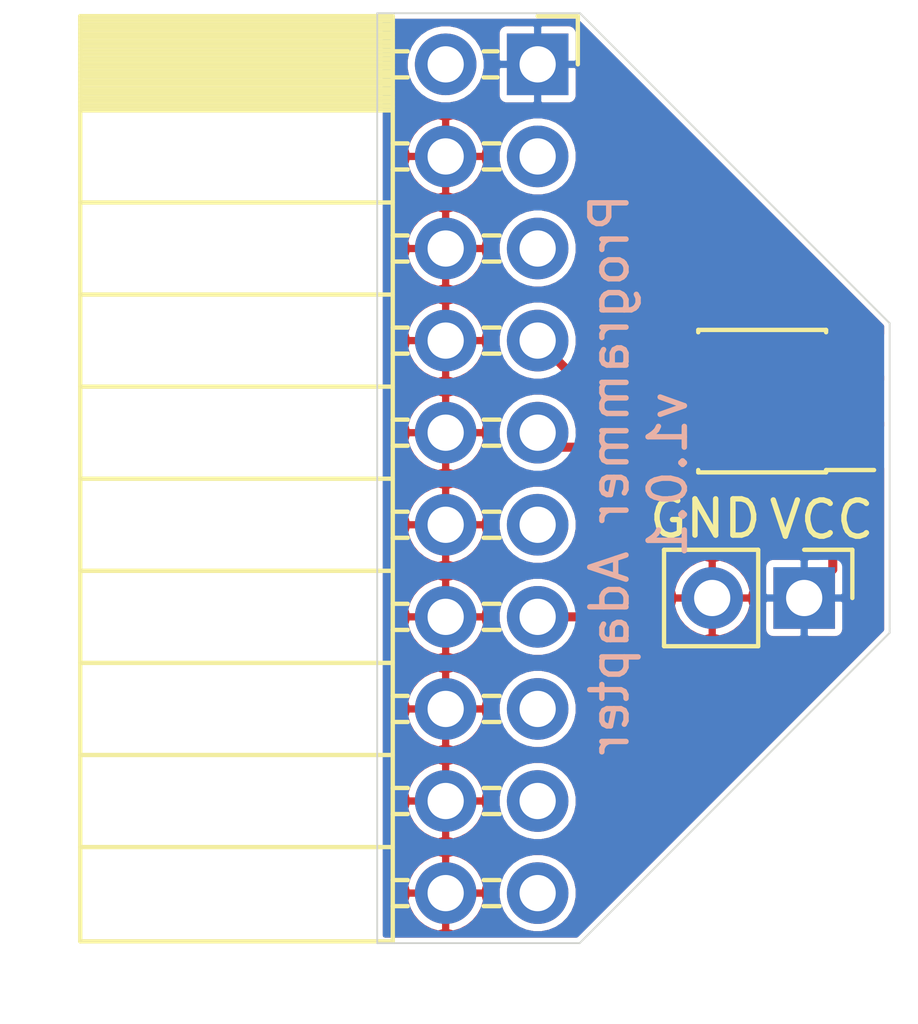
<source format=kicad_pcb>
(kicad_pcb (version 20171130) (host pcbnew 5.1.5-1.fc31)

  (general
    (thickness 1.6)
    (drawings 10)
    (tracks 12)
    (zones 0)
    (modules 3)
    (nets 14)
  )

  (page A4)
  (title_block
    (title "Programmer adapter")
    (date 2020-02-22)
    (rev 1.0.1)
  )

  (layers
    (0 F.Cu signal)
    (31 B.Cu signal)
    (32 B.Adhes user)
    (33 F.Adhes user)
    (34 B.Paste user)
    (35 F.Paste user)
    (36 B.SilkS user)
    (37 F.SilkS user)
    (38 B.Mask user)
    (39 F.Mask user)
    (40 Dwgs.User user)
    (41 Cmts.User user)
    (42 Eco1.User user)
    (43 Eco2.User user)
    (44 Edge.Cuts user)
    (45 Margin user)
    (46 B.CrtYd user)
    (47 F.CrtYd user)
    (48 B.Fab user)
    (49 F.Fab user)
  )

  (setup
    (last_trace_width 0.25)
    (trace_clearance 0.2)
    (zone_clearance 0.127)
    (zone_45_only no)
    (trace_min 0.2)
    (via_size 0.8)
    (via_drill 0.4)
    (via_min_size 0.4)
    (via_min_drill 0.3)
    (uvia_size 0.3)
    (uvia_drill 0.1)
    (uvias_allowed no)
    (uvia_min_size 0.2)
    (uvia_min_drill 0.1)
    (edge_width 0.05)
    (segment_width 0.2)
    (pcb_text_width 0.3)
    (pcb_text_size 1.5 1.5)
    (mod_edge_width 0.12)
    (mod_text_size 1 1)
    (mod_text_width 0.15)
    (pad_size 1.524 1.524)
    (pad_drill 0.762)
    (pad_to_mask_clearance 0.051)
    (solder_mask_min_width 0.25)
    (aux_axis_origin 0 0)
    (visible_elements FFFFFF7F)
    (pcbplotparams
      (layerselection 0x010f0_ffffffff)
      (usegerberextensions false)
      (usegerberattributes false)
      (usegerberadvancedattributes false)
      (creategerberjobfile false)
      (excludeedgelayer true)
      (linewidth 0.100000)
      (plotframeref false)
      (viasonmask false)
      (mode 1)
      (useauxorigin false)
      (hpglpennumber 1)
      (hpglpenspeed 20)
      (hpglpendiameter 15.000000)
      (psnegative false)
      (psa4output false)
      (plotreference true)
      (plotvalue true)
      (plotinvisibletext false)
      (padsonsilk false)
      (subtractmaskfromsilk false)
      (outputformat 1)
      (mirror false)
      (drillshape 0)
      (scaleselection 1)
      (outputdirectory "gbr"))
  )

  (net 0 "")
  (net 1 GND)
  (net 2 +3V3)
  (net 3 /SWO)
  (net 4 /SWDIO)
  (net 5 "Net-(J2-Pad3)")
  (net 6 /SWDCLK)
  (net 7 "Net-(J3-Pad19)")
  (net 8 "Net-(J3-Pad17)")
  (net 9 "Net-(J3-Pad15)")
  (net 10 "Net-(J3-Pad11)")
  (net 11 "Net-(J3-Pad5)")
  (net 12 "Net-(J3-Pad3)")
  (net 13 "Net-(J3-Pad2)")

  (net_class Default "This is the default net class."
    (clearance 0.2)
    (trace_width 0.25)
    (via_dia 0.8)
    (via_drill 0.4)
    (uvia_dia 0.3)
    (uvia_drill 0.1)
    (add_net +3V3)
    (add_net /SWDCLK)
    (add_net /SWDIO)
    (add_net /SWO)
    (add_net GND)
    (add_net "Net-(J2-Pad3)")
    (add_net "Net-(J3-Pad11)")
    (add_net "Net-(J3-Pad15)")
    (add_net "Net-(J3-Pad17)")
    (add_net "Net-(J3-Pad19)")
    (add_net "Net-(J3-Pad2)")
    (add_net "Net-(J3-Pad3)")
    (add_net "Net-(J3-Pad5)")
  )

  (module Connector_PinSocket_2.54mm:PinSocket_2x10_P2.54mm_Horizontal (layer F.Cu) (tedit 5A19A430) (tstamp 5E500E9F)
    (at 141.98 86.77)
    (descr "Through hole angled socket strip, 2x10, 2.54mm pitch, 8.51mm socket length, double cols (from Kicad 4.0.7), script generated")
    (tags "Through hole angled socket strip THT 2x10 2.54mm double row")
    (path /5E4FBF88)
    (fp_text reference J3 (at -5.65 -2.77) (layer F.SilkS) hide
      (effects (font (size 1 1) (thickness 0.15)))
    )
    (fp_text value Conn_ARM_JTAG_SWD_20 (at -5.65 25.63) (layer F.Fab)
      (effects (font (size 1 1) (thickness 0.15)))
    )
    (fp_text user %R (at -8.315 11.43 90) (layer F.Fab)
      (effects (font (size 1 1) (thickness 0.15)))
    )
    (fp_line (start 1.8 24.65) (end 1.8 -1.75) (layer F.CrtYd) (width 0.05))
    (fp_line (start -13.05 24.65) (end 1.8 24.65) (layer F.CrtYd) (width 0.05))
    (fp_line (start -13.05 -1.75) (end -13.05 24.65) (layer F.CrtYd) (width 0.05))
    (fp_line (start 1.8 -1.75) (end -13.05 -1.75) (layer F.CrtYd) (width 0.05))
    (fp_line (start 0 -1.33) (end 1.11 -1.33) (layer F.SilkS) (width 0.12))
    (fp_line (start 1.11 -1.33) (end 1.11 0) (layer F.SilkS) (width 0.12))
    (fp_line (start -12.63 -1.33) (end -12.63 24.19) (layer F.SilkS) (width 0.12))
    (fp_line (start -12.63 24.19) (end -4 24.19) (layer F.SilkS) (width 0.12))
    (fp_line (start -4 -1.33) (end -4 24.19) (layer F.SilkS) (width 0.12))
    (fp_line (start -12.63 -1.33) (end -4 -1.33) (layer F.SilkS) (width 0.12))
    (fp_line (start -12.63 21.59) (end -4 21.59) (layer F.SilkS) (width 0.12))
    (fp_line (start -12.63 19.05) (end -4 19.05) (layer F.SilkS) (width 0.12))
    (fp_line (start -12.63 16.51) (end -4 16.51) (layer F.SilkS) (width 0.12))
    (fp_line (start -12.63 13.97) (end -4 13.97) (layer F.SilkS) (width 0.12))
    (fp_line (start -12.63 11.43) (end -4 11.43) (layer F.SilkS) (width 0.12))
    (fp_line (start -12.63 8.89) (end -4 8.89) (layer F.SilkS) (width 0.12))
    (fp_line (start -12.63 6.35) (end -4 6.35) (layer F.SilkS) (width 0.12))
    (fp_line (start -12.63 3.81) (end -4 3.81) (layer F.SilkS) (width 0.12))
    (fp_line (start -12.63 1.27) (end -4 1.27) (layer F.SilkS) (width 0.12))
    (fp_line (start -1.49 23.22) (end -1.05 23.22) (layer F.SilkS) (width 0.12))
    (fp_line (start -4 23.22) (end -3.59 23.22) (layer F.SilkS) (width 0.12))
    (fp_line (start -1.49 22.5) (end -1.05 22.5) (layer F.SilkS) (width 0.12))
    (fp_line (start -4 22.5) (end -3.59 22.5) (layer F.SilkS) (width 0.12))
    (fp_line (start -1.49 20.68) (end -1.05 20.68) (layer F.SilkS) (width 0.12))
    (fp_line (start -4 20.68) (end -3.59 20.68) (layer F.SilkS) (width 0.12))
    (fp_line (start -1.49 19.96) (end -1.05 19.96) (layer F.SilkS) (width 0.12))
    (fp_line (start -4 19.96) (end -3.59 19.96) (layer F.SilkS) (width 0.12))
    (fp_line (start -1.49 18.14) (end -1.05 18.14) (layer F.SilkS) (width 0.12))
    (fp_line (start -4 18.14) (end -3.59 18.14) (layer F.SilkS) (width 0.12))
    (fp_line (start -1.49 17.42) (end -1.05 17.42) (layer F.SilkS) (width 0.12))
    (fp_line (start -4 17.42) (end -3.59 17.42) (layer F.SilkS) (width 0.12))
    (fp_line (start -1.49 15.6) (end -1.05 15.6) (layer F.SilkS) (width 0.12))
    (fp_line (start -4 15.6) (end -3.59 15.6) (layer F.SilkS) (width 0.12))
    (fp_line (start -1.49 14.88) (end -1.05 14.88) (layer F.SilkS) (width 0.12))
    (fp_line (start -4 14.88) (end -3.59 14.88) (layer F.SilkS) (width 0.12))
    (fp_line (start -1.49 13.06) (end -1.05 13.06) (layer F.SilkS) (width 0.12))
    (fp_line (start -4 13.06) (end -3.59 13.06) (layer F.SilkS) (width 0.12))
    (fp_line (start -1.49 12.34) (end -1.05 12.34) (layer F.SilkS) (width 0.12))
    (fp_line (start -4 12.34) (end -3.59 12.34) (layer F.SilkS) (width 0.12))
    (fp_line (start -1.49 10.52) (end -1.05 10.52) (layer F.SilkS) (width 0.12))
    (fp_line (start -4 10.52) (end -3.59 10.52) (layer F.SilkS) (width 0.12))
    (fp_line (start -1.49 9.8) (end -1.05 9.8) (layer F.SilkS) (width 0.12))
    (fp_line (start -4 9.8) (end -3.59 9.8) (layer F.SilkS) (width 0.12))
    (fp_line (start -1.49 7.98) (end -1.05 7.98) (layer F.SilkS) (width 0.12))
    (fp_line (start -4 7.98) (end -3.59 7.98) (layer F.SilkS) (width 0.12))
    (fp_line (start -1.49 7.26) (end -1.05 7.26) (layer F.SilkS) (width 0.12))
    (fp_line (start -4 7.26) (end -3.59 7.26) (layer F.SilkS) (width 0.12))
    (fp_line (start -1.49 5.44) (end -1.05 5.44) (layer F.SilkS) (width 0.12))
    (fp_line (start -4 5.44) (end -3.59 5.44) (layer F.SilkS) (width 0.12))
    (fp_line (start -1.49 4.72) (end -1.05 4.72) (layer F.SilkS) (width 0.12))
    (fp_line (start -4 4.72) (end -3.59 4.72) (layer F.SilkS) (width 0.12))
    (fp_line (start -1.49 2.9) (end -1.05 2.9) (layer F.SilkS) (width 0.12))
    (fp_line (start -4 2.9) (end -3.59 2.9) (layer F.SilkS) (width 0.12))
    (fp_line (start -1.49 2.18) (end -1.05 2.18) (layer F.SilkS) (width 0.12))
    (fp_line (start -4 2.18) (end -3.59 2.18) (layer F.SilkS) (width 0.12))
    (fp_line (start -1.49 0.36) (end -1.11 0.36) (layer F.SilkS) (width 0.12))
    (fp_line (start -4 0.36) (end -3.59 0.36) (layer F.SilkS) (width 0.12))
    (fp_line (start -1.49 -0.36) (end -1.11 -0.36) (layer F.SilkS) (width 0.12))
    (fp_line (start -4 -0.36) (end -3.59 -0.36) (layer F.SilkS) (width 0.12))
    (fp_line (start -12.63 1.1519) (end -4 1.1519) (layer F.SilkS) (width 0.12))
    (fp_line (start -12.63 1.033805) (end -4 1.033805) (layer F.SilkS) (width 0.12))
    (fp_line (start -12.63 0.91571) (end -4 0.91571) (layer F.SilkS) (width 0.12))
    (fp_line (start -12.63 0.797615) (end -4 0.797615) (layer F.SilkS) (width 0.12))
    (fp_line (start -12.63 0.67952) (end -4 0.67952) (layer F.SilkS) (width 0.12))
    (fp_line (start -12.63 0.561425) (end -4 0.561425) (layer F.SilkS) (width 0.12))
    (fp_line (start -12.63 0.44333) (end -4 0.44333) (layer F.SilkS) (width 0.12))
    (fp_line (start -12.63 0.325235) (end -4 0.325235) (layer F.SilkS) (width 0.12))
    (fp_line (start -12.63 0.20714) (end -4 0.20714) (layer F.SilkS) (width 0.12))
    (fp_line (start -12.63 0.089045) (end -4 0.089045) (layer F.SilkS) (width 0.12))
    (fp_line (start -12.63 -0.02905) (end -4 -0.02905) (layer F.SilkS) (width 0.12))
    (fp_line (start -12.63 -0.147145) (end -4 -0.147145) (layer F.SilkS) (width 0.12))
    (fp_line (start -12.63 -0.26524) (end -4 -0.26524) (layer F.SilkS) (width 0.12))
    (fp_line (start -12.63 -0.383335) (end -4 -0.383335) (layer F.SilkS) (width 0.12))
    (fp_line (start -12.63 -0.50143) (end -4 -0.50143) (layer F.SilkS) (width 0.12))
    (fp_line (start -12.63 -0.619525) (end -4 -0.619525) (layer F.SilkS) (width 0.12))
    (fp_line (start -12.63 -0.73762) (end -4 -0.73762) (layer F.SilkS) (width 0.12))
    (fp_line (start -12.63 -0.855715) (end -4 -0.855715) (layer F.SilkS) (width 0.12))
    (fp_line (start -12.63 -0.97381) (end -4 -0.97381) (layer F.SilkS) (width 0.12))
    (fp_line (start -12.63 -1.091905) (end -4 -1.091905) (layer F.SilkS) (width 0.12))
    (fp_line (start -12.63 -1.21) (end -4 -1.21) (layer F.SilkS) (width 0.12))
    (fp_line (start 0 23.16) (end 0 22.56) (layer F.Fab) (width 0.1))
    (fp_line (start -4.06 23.16) (end 0 23.16) (layer F.Fab) (width 0.1))
    (fp_line (start 0 22.56) (end -4.06 22.56) (layer F.Fab) (width 0.1))
    (fp_line (start 0 20.62) (end 0 20.02) (layer F.Fab) (width 0.1))
    (fp_line (start -4.06 20.62) (end 0 20.62) (layer F.Fab) (width 0.1))
    (fp_line (start 0 20.02) (end -4.06 20.02) (layer F.Fab) (width 0.1))
    (fp_line (start 0 18.08) (end 0 17.48) (layer F.Fab) (width 0.1))
    (fp_line (start -4.06 18.08) (end 0 18.08) (layer F.Fab) (width 0.1))
    (fp_line (start 0 17.48) (end -4.06 17.48) (layer F.Fab) (width 0.1))
    (fp_line (start 0 15.54) (end 0 14.94) (layer F.Fab) (width 0.1))
    (fp_line (start -4.06 15.54) (end 0 15.54) (layer F.Fab) (width 0.1))
    (fp_line (start 0 14.94) (end -4.06 14.94) (layer F.Fab) (width 0.1))
    (fp_line (start 0 13) (end 0 12.4) (layer F.Fab) (width 0.1))
    (fp_line (start -4.06 13) (end 0 13) (layer F.Fab) (width 0.1))
    (fp_line (start 0 12.4) (end -4.06 12.4) (layer F.Fab) (width 0.1))
    (fp_line (start 0 10.46) (end 0 9.86) (layer F.Fab) (width 0.1))
    (fp_line (start -4.06 10.46) (end 0 10.46) (layer F.Fab) (width 0.1))
    (fp_line (start 0 9.86) (end -4.06 9.86) (layer F.Fab) (width 0.1))
    (fp_line (start 0 7.92) (end 0 7.32) (layer F.Fab) (width 0.1))
    (fp_line (start -4.06 7.92) (end 0 7.92) (layer F.Fab) (width 0.1))
    (fp_line (start 0 7.32) (end -4.06 7.32) (layer F.Fab) (width 0.1))
    (fp_line (start 0 5.38) (end 0 4.78) (layer F.Fab) (width 0.1))
    (fp_line (start -4.06 5.38) (end 0 5.38) (layer F.Fab) (width 0.1))
    (fp_line (start 0 4.78) (end -4.06 4.78) (layer F.Fab) (width 0.1))
    (fp_line (start 0 2.84) (end 0 2.24) (layer F.Fab) (width 0.1))
    (fp_line (start -4.06 2.84) (end 0 2.84) (layer F.Fab) (width 0.1))
    (fp_line (start 0 2.24) (end -4.06 2.24) (layer F.Fab) (width 0.1))
    (fp_line (start 0 0.3) (end 0 -0.3) (layer F.Fab) (width 0.1))
    (fp_line (start -4.06 0.3) (end 0 0.3) (layer F.Fab) (width 0.1))
    (fp_line (start 0 -0.3) (end -4.06 -0.3) (layer F.Fab) (width 0.1))
    (fp_line (start -12.57 24.13) (end -12.57 -1.27) (layer F.Fab) (width 0.1))
    (fp_line (start -4.06 24.13) (end -12.57 24.13) (layer F.Fab) (width 0.1))
    (fp_line (start -4.06 -0.3) (end -4.06 24.13) (layer F.Fab) (width 0.1))
    (fp_line (start -5.03 -1.27) (end -4.06 -0.3) (layer F.Fab) (width 0.1))
    (fp_line (start -12.57 -1.27) (end -5.03 -1.27) (layer F.Fab) (width 0.1))
    (pad 20 thru_hole oval (at -2.54 22.86) (size 1.7 1.7) (drill 1) (layers *.Cu *.Mask)
      (net 1 GND))
    (pad 19 thru_hole oval (at 0 22.86) (size 1.7 1.7) (drill 1) (layers *.Cu *.Mask)
      (net 7 "Net-(J3-Pad19)"))
    (pad 18 thru_hole oval (at -2.54 20.32) (size 1.7 1.7) (drill 1) (layers *.Cu *.Mask)
      (net 1 GND))
    (pad 17 thru_hole oval (at 0 20.32) (size 1.7 1.7) (drill 1) (layers *.Cu *.Mask)
      (net 8 "Net-(J3-Pad17)"))
    (pad 16 thru_hole oval (at -2.54 17.78) (size 1.7 1.7) (drill 1) (layers *.Cu *.Mask)
      (net 1 GND))
    (pad 15 thru_hole oval (at 0 17.78) (size 1.7 1.7) (drill 1) (layers *.Cu *.Mask)
      (net 9 "Net-(J3-Pad15)"))
    (pad 14 thru_hole oval (at -2.54 15.24) (size 1.7 1.7) (drill 1) (layers *.Cu *.Mask)
      (net 1 GND))
    (pad 13 thru_hole oval (at 0 15.24) (size 1.7 1.7) (drill 1) (layers *.Cu *.Mask)
      (net 3 /SWO))
    (pad 12 thru_hole oval (at -2.54 12.7) (size 1.7 1.7) (drill 1) (layers *.Cu *.Mask)
      (net 1 GND))
    (pad 11 thru_hole oval (at 0 12.7) (size 1.7 1.7) (drill 1) (layers *.Cu *.Mask)
      (net 10 "Net-(J3-Pad11)"))
    (pad 10 thru_hole oval (at -2.54 10.16) (size 1.7 1.7) (drill 1) (layers *.Cu *.Mask)
      (net 1 GND))
    (pad 9 thru_hole oval (at 0 10.16) (size 1.7 1.7) (drill 1) (layers *.Cu *.Mask)
      (net 6 /SWDCLK))
    (pad 8 thru_hole oval (at -2.54 7.62) (size 1.7 1.7) (drill 1) (layers *.Cu *.Mask)
      (net 1 GND))
    (pad 7 thru_hole oval (at 0 7.62) (size 1.7 1.7) (drill 1) (layers *.Cu *.Mask)
      (net 4 /SWDIO))
    (pad 6 thru_hole oval (at -2.54 5.08) (size 1.7 1.7) (drill 1) (layers *.Cu *.Mask)
      (net 1 GND))
    (pad 5 thru_hole oval (at 0 5.08) (size 1.7 1.7) (drill 1) (layers *.Cu *.Mask)
      (net 11 "Net-(J3-Pad5)"))
    (pad 4 thru_hole oval (at -2.54 2.54) (size 1.7 1.7) (drill 1) (layers *.Cu *.Mask)
      (net 1 GND))
    (pad 3 thru_hole oval (at 0 2.54) (size 1.7 1.7) (drill 1) (layers *.Cu *.Mask)
      (net 12 "Net-(J3-Pad3)"))
    (pad 2 thru_hole oval (at -2.54 0) (size 1.7 1.7) (drill 1) (layers *.Cu *.Mask)
      (net 13 "Net-(J3-Pad2)"))
    (pad 1 thru_hole rect (at 0 0) (size 1.7 1.7) (drill 1) (layers *.Cu *.Mask)
      (net 2 +3V3))
    (model ${KISYS3DMOD}/Connector_PinSocket_2.54mm.3dshapes/PinSocket_2x10_P2.54mm_Horizontal.wrl
      (at (xyz 0 0 0))
      (scale (xyz 1 1 1))
      (rotate (xyz 0 0 0))
    )
  )

  (module Connector_PinHeader_1.27mm:PinHeader_2x03_P1.27mm_Vertical_SMD (layer F.Cu) (tedit 59FED6E3) (tstamp 5E500E13)
    (at 148.18 96.06 180)
    (descr "surface-mounted straight pin header, 2x03, 1.27mm pitch, double rows")
    (tags "Surface mounted pin header SMD 2x03 1.27mm double row")
    (path /5E501B04)
    (attr smd)
    (fp_text reference J2 (at 0 -2.965) (layer F.SilkS) hide
      (effects (font (size 1 1) (thickness 0.15)))
    )
    (fp_text value Target (at 0 2.965) (layer F.Fab)
      (effects (font (size 1 1) (thickness 0.15)))
    )
    (fp_text user %R (at 0 0 90) (layer F.Fab)
      (effects (font (size 1 1) (thickness 0.15)))
    )
    (fp_line (start 4.3 -2.45) (end -4.3 -2.45) (layer F.CrtYd) (width 0.05))
    (fp_line (start 4.3 2.45) (end 4.3 -2.45) (layer F.CrtYd) (width 0.05))
    (fp_line (start -4.3 2.45) (end 4.3 2.45) (layer F.CrtYd) (width 0.05))
    (fp_line (start -4.3 -2.45) (end -4.3 2.45) (layer F.CrtYd) (width 0.05))
    (fp_line (start 1.765 1.9) (end 1.765 1.965) (layer F.SilkS) (width 0.12))
    (fp_line (start -1.765 1.9) (end -1.765 1.965) (layer F.SilkS) (width 0.12))
    (fp_line (start 1.765 -1.965) (end 1.765 -1.9) (layer F.SilkS) (width 0.12))
    (fp_line (start -1.765 -1.965) (end -1.765 -1.9) (layer F.SilkS) (width 0.12))
    (fp_line (start -3.09 -1.9) (end -1.765 -1.9) (layer F.SilkS) (width 0.12))
    (fp_line (start -1.765 1.965) (end 1.765 1.965) (layer F.SilkS) (width 0.12))
    (fp_line (start -1.765 -1.965) (end 1.765 -1.965) (layer F.SilkS) (width 0.12))
    (fp_line (start 2.75 1.47) (end 1.705 1.47) (layer F.Fab) (width 0.1))
    (fp_line (start 2.75 1.07) (end 2.75 1.47) (layer F.Fab) (width 0.1))
    (fp_line (start 1.705 1.07) (end 2.75 1.07) (layer F.Fab) (width 0.1))
    (fp_line (start -2.75 1.47) (end -1.705 1.47) (layer F.Fab) (width 0.1))
    (fp_line (start -2.75 1.07) (end -2.75 1.47) (layer F.Fab) (width 0.1))
    (fp_line (start -1.705 1.07) (end -2.75 1.07) (layer F.Fab) (width 0.1))
    (fp_line (start 2.75 0.2) (end 1.705 0.2) (layer F.Fab) (width 0.1))
    (fp_line (start 2.75 -0.2) (end 2.75 0.2) (layer F.Fab) (width 0.1))
    (fp_line (start 1.705 -0.2) (end 2.75 -0.2) (layer F.Fab) (width 0.1))
    (fp_line (start -2.75 0.2) (end -1.705 0.2) (layer F.Fab) (width 0.1))
    (fp_line (start -2.75 -0.2) (end -2.75 0.2) (layer F.Fab) (width 0.1))
    (fp_line (start -1.705 -0.2) (end -2.75 -0.2) (layer F.Fab) (width 0.1))
    (fp_line (start 2.75 -1.07) (end 1.705 -1.07) (layer F.Fab) (width 0.1))
    (fp_line (start 2.75 -1.47) (end 2.75 -1.07) (layer F.Fab) (width 0.1))
    (fp_line (start 1.705 -1.47) (end 2.75 -1.47) (layer F.Fab) (width 0.1))
    (fp_line (start -2.75 -1.07) (end -1.705 -1.07) (layer F.Fab) (width 0.1))
    (fp_line (start -2.75 -1.47) (end -2.75 -1.07) (layer F.Fab) (width 0.1))
    (fp_line (start -1.705 -1.47) (end -2.75 -1.47) (layer F.Fab) (width 0.1))
    (fp_line (start 1.705 -1.905) (end 1.705 1.905) (layer F.Fab) (width 0.1))
    (fp_line (start -1.705 -1.47) (end -1.27 -1.905) (layer F.Fab) (width 0.1))
    (fp_line (start -1.705 1.905) (end -1.705 -1.47) (layer F.Fab) (width 0.1))
    (fp_line (start -1.27 -1.905) (end 1.705 -1.905) (layer F.Fab) (width 0.1))
    (fp_line (start 1.705 1.905) (end -1.705 1.905) (layer F.Fab) (width 0.1))
    (pad 6 smd rect (at 1.95 1.27 180) (size 2.4 0.74) (layers F.Cu F.Paste F.Mask)
      (net 3 /SWO))
    (pad 5 smd rect (at -1.95 1.27 180) (size 2.4 0.74) (layers F.Cu F.Paste F.Mask)
      (net 1 GND))
    (pad 4 smd rect (at 1.95 0 180) (size 2.4 0.74) (layers F.Cu F.Paste F.Mask)
      (net 4 /SWDIO))
    (pad 3 smd rect (at -1.95 0 180) (size 2.4 0.74) (layers F.Cu F.Paste F.Mask)
      (net 5 "Net-(J2-Pad3)"))
    (pad 2 smd rect (at 1.95 -1.27 180) (size 2.4 0.74) (layers F.Cu F.Paste F.Mask)
      (net 6 /SWDCLK))
    (pad 1 smd rect (at -1.95 -1.27 180) (size 2.4 0.74) (layers F.Cu F.Paste F.Mask)
      (net 2 +3V3))
    (model ${KISYS3DMOD}/Connector_PinHeader_1.27mm.3dshapes/PinHeader_2x03_P1.27mm_Vertical_SMD.wrl
      (at (xyz 0 0 0))
      (scale (xyz 1 1 1))
      (rotate (xyz 0 0 0))
    )
  )

  (module Connector_PinHeader_2.54mm:PinHeader_1x02_P2.54mm_Vertical (layer F.Cu) (tedit 59FED5CC) (tstamp 5E500DE6)
    (at 149.34 101.49 270)
    (descr "Through hole straight pin header, 1x02, 2.54mm pitch, single row")
    (tags "Through hole pin header THT 1x02 2.54mm single row")
    (path /5E4FF8ED)
    (fp_text reference J1 (at 0 -2.33 90) (layer F.SilkS) hide
      (effects (font (size 1 1) (thickness 0.15)))
    )
    (fp_text value Power (at 0 4.87 90) (layer F.Fab)
      (effects (font (size 1 1) (thickness 0.15)))
    )
    (fp_text user %R (at 0 1.27) (layer F.Fab)
      (effects (font (size 1 1) (thickness 0.15)))
    )
    (fp_line (start 1.8 -1.8) (end -1.8 -1.8) (layer F.CrtYd) (width 0.05))
    (fp_line (start 1.8 4.35) (end 1.8 -1.8) (layer F.CrtYd) (width 0.05))
    (fp_line (start -1.8 4.35) (end 1.8 4.35) (layer F.CrtYd) (width 0.05))
    (fp_line (start -1.8 -1.8) (end -1.8 4.35) (layer F.CrtYd) (width 0.05))
    (fp_line (start -1.33 -1.33) (end 0 -1.33) (layer F.SilkS) (width 0.12))
    (fp_line (start -1.33 0) (end -1.33 -1.33) (layer F.SilkS) (width 0.12))
    (fp_line (start -1.33 1.27) (end 1.33 1.27) (layer F.SilkS) (width 0.12))
    (fp_line (start 1.33 1.27) (end 1.33 3.87) (layer F.SilkS) (width 0.12))
    (fp_line (start -1.33 1.27) (end -1.33 3.87) (layer F.SilkS) (width 0.12))
    (fp_line (start -1.33 3.87) (end 1.33 3.87) (layer F.SilkS) (width 0.12))
    (fp_line (start -1.27 -0.635) (end -0.635 -1.27) (layer F.Fab) (width 0.1))
    (fp_line (start -1.27 3.81) (end -1.27 -0.635) (layer F.Fab) (width 0.1))
    (fp_line (start 1.27 3.81) (end -1.27 3.81) (layer F.Fab) (width 0.1))
    (fp_line (start 1.27 -1.27) (end 1.27 3.81) (layer F.Fab) (width 0.1))
    (fp_line (start -0.635 -1.27) (end 1.27 -1.27) (layer F.Fab) (width 0.1))
    (pad 2 thru_hole oval (at 0 2.54 270) (size 1.7 1.7) (drill 1) (layers *.Cu *.Mask)
      (net 1 GND))
    (pad 1 thru_hole rect (at 0 0 270) (size 1.7 1.7) (drill 1) (layers *.Cu *.Mask)
      (net 2 +3V3))
    (model ${KISYS3DMOD}/Connector_PinHeader_2.54mm.3dshapes/PinHeader_1x02_P2.54mm_Vertical.wrl
      (at (xyz 0 0 0))
      (scale (xyz 1 1 1))
      (rotate (xyz 0 0 0))
    )
  )

  (gr_text GND (at 146.61 99.3) (layer F.SilkS)
    (effects (font (size 1 1) (thickness 0.15)))
  )
  (gr_text VCC (at 149.82 99.33) (layer F.SilkS)
    (effects (font (size 1 1) (thickness 0.15)))
  )
  (gr_text "Programmer Adapter\nv1.0.1" (at 144.77 98.09 90) (layer B.SilkS)
    (effects (font (size 1 1) (thickness 0.15)) (justify mirror))
  )
  (gr_line (start 151.7 102.45) (end 151.7 102.34) (layer Edge.Cuts) (width 0.05) (tstamp 5E5011EA))
  (gr_line (start 143.14 111.01) (end 151.7 102.45) (layer Edge.Cuts) (width 0.05))
  (gr_line (start 137.55 111.01) (end 143.14 111.01) (layer Edge.Cuts) (width 0.05))
  (gr_line (start 137.55 85.36) (end 137.55 111.01) (layer Edge.Cuts) (width 0.05))
  (gr_line (start 151.7 93.91) (end 151.7 102.34) (layer Edge.Cuts) (width 0.05))
  (gr_line (start 143.15 85.36) (end 151.7 93.91) (layer Edge.Cuts) (width 0.05))
  (gr_line (start 137.55 85.36) (end 143.15 85.36) (layer Edge.Cuts) (width 0.05))

  (segment (start 150.13 100.7) (end 149.34 101.49) (width 0.25) (layer F.Cu) (net 2))
  (segment (start 150.13 97.33) (end 150.13 100.7) (width 0.25) (layer F.Cu) (net 2))
  (segment (start 143.182081 102.01) (end 141.98 102.01) (width 0.25) (layer F.Cu) (net 3))
  (segment (start 147.755001 97.960001) (end 143.705002 102.01) (width 0.25) (layer F.Cu) (net 3))
  (segment (start 147.755001 95.429999) (end 147.755001 97.960001) (width 0.25) (layer F.Cu) (net 3))
  (segment (start 147.115002 94.79) (end 147.755001 95.429999) (width 0.25) (layer F.Cu) (net 3))
  (segment (start 143.705002 102.01) (end 143.182081 102.01) (width 0.25) (layer F.Cu) (net 3))
  (segment (start 146.23 94.79) (end 147.115002 94.79) (width 0.25) (layer F.Cu) (net 3))
  (segment (start 143.65 96.06) (end 141.98 94.39) (width 0.25) (layer F.Cu) (net 4))
  (segment (start 146.23 96.06) (end 143.65 96.06) (width 0.25) (layer F.Cu) (net 4))
  (segment (start 142.38 97.33) (end 141.98 96.93) (width 0.25) (layer F.Cu) (net 6))
  (segment (start 146.23 97.33) (end 142.38 97.33) (width 0.25) (layer F.Cu) (net 6))

  (zone (net 1) (net_name GND) (layer F.Cu) (tstamp 5E503F1B) (hatch edge 0.508)
    (connect_pads (clearance 0.127))
    (min_thickness 0.127)
    (fill yes (arc_segments 32) (thermal_gap 0.2) (thermal_bridge_width 0.2))
    (polygon
      (pts
        (xy 143.15 85.37) (xy 151.7 93.91) (xy 151.7 102.44) (xy 143.13 111.01) (xy 137.55 111.02)
        (xy 137.55 85.36)
      )
    )
    (filled_polygon
      (pts
        (xy 151.4845 93.999263) (xy 151.4845 94.20592) (xy 151.477101 94.199848) (xy 151.431325 94.17538) (xy 151.381655 94.160313)
        (xy 151.33 94.155225) (xy 150.232375 94.1565) (xy 150.1665 94.222375) (xy 150.1665 94.7535) (xy 150.1865 94.7535)
        (xy 150.1865 94.8265) (xy 150.1665 94.8265) (xy 150.1665 95.357625) (xy 150.232375 95.4235) (xy 151.33 95.424775)
        (xy 151.381655 95.419687) (xy 151.431325 95.40462) (xy 151.477101 95.380152) (xy 151.4845 95.37408) (xy 151.4845 95.475921)
        (xy 151.477101 95.469848) (xy 151.431325 95.445381) (xy 151.381655 95.430314) (xy 151.33 95.425226) (xy 148.93 95.425226)
        (xy 148.878345 95.430314) (xy 148.828675 95.445381) (xy 148.782899 95.469848) (xy 148.742777 95.502777) (xy 148.709848 95.542899)
        (xy 148.685381 95.588675) (xy 148.670314 95.638345) (xy 148.665226 95.69) (xy 148.665226 96.43) (xy 148.670314 96.481655)
        (xy 148.685381 96.531325) (xy 148.709848 96.577101) (xy 148.742777 96.617223) (xy 148.782899 96.650152) (xy 148.828675 96.674619)
        (xy 148.878345 96.689686) (xy 148.93 96.694774) (xy 151.33 96.694774) (xy 151.381655 96.689686) (xy 151.431325 96.674619)
        (xy 151.477101 96.650152) (xy 151.4845 96.644079) (xy 151.4845 96.745921) (xy 151.477101 96.739848) (xy 151.431325 96.715381)
        (xy 151.381655 96.700314) (xy 151.33 96.695226) (xy 148.93 96.695226) (xy 148.878345 96.700314) (xy 148.828675 96.715381)
        (xy 148.782899 96.739848) (xy 148.742777 96.772777) (xy 148.709848 96.812899) (xy 148.685381 96.858675) (xy 148.670314 96.908345)
        (xy 148.665226 96.96) (xy 148.665226 97.7) (xy 148.670314 97.751655) (xy 148.685381 97.801325) (xy 148.709848 97.847101)
        (xy 148.742777 97.887223) (xy 148.782899 97.920152) (xy 148.828675 97.944619) (xy 148.878345 97.959686) (xy 148.93 97.964774)
        (xy 149.7415 97.964774) (xy 149.741501 100.375226) (xy 148.49 100.375226) (xy 148.438345 100.380314) (xy 148.388675 100.395381)
        (xy 148.342899 100.419848) (xy 148.302777 100.452777) (xy 148.269848 100.492899) (xy 148.245381 100.538675) (xy 148.230314 100.588345)
        (xy 148.225226 100.64) (xy 148.225226 102.34) (xy 148.230314 102.391655) (xy 148.245381 102.441325) (xy 148.269848 102.487101)
        (xy 148.302777 102.527223) (xy 148.342899 102.560152) (xy 148.388675 102.584619) (xy 148.438345 102.599686) (xy 148.49 102.604774)
        (xy 150.19 102.604774) (xy 150.241655 102.599686) (xy 150.291325 102.584619) (xy 150.337101 102.560152) (xy 150.377223 102.527223)
        (xy 150.410152 102.487101) (xy 150.434619 102.441325) (xy 150.449686 102.391655) (xy 150.454774 102.34) (xy 150.454774 100.916535)
        (xy 150.490663 100.849392) (xy 150.512878 100.776159) (xy 150.5185 100.719078) (xy 150.520379 100.7) (xy 150.5185 100.680922)
        (xy 150.5185 97.964774) (xy 151.33 97.964774) (xy 151.381655 97.959686) (xy 151.431325 97.944619) (xy 151.477101 97.920152)
        (xy 151.4845 97.914079) (xy 151.484501 102.329411) (xy 151.4845 102.329421) (xy 151.4845 102.360737) (xy 143.050738 110.7945)
        (xy 137.7655 110.7945) (xy 137.7655 109.840147) (xy 138.34651 109.840147) (xy 138.349326 109.85431) (xy 138.414044 110.06278)
        (xy 138.518189 110.254618) (xy 138.657758 110.422453) (xy 138.827388 110.559834) (xy 139.020561 110.661482) (xy 139.229853 110.723491)
        (xy 139.4035 110.677028) (xy 139.4035 109.6665) (xy 139.4765 109.6665) (xy 139.4765 110.677028) (xy 139.650147 110.723491)
        (xy 139.859439 110.661482) (xy 140.052612 110.559834) (xy 140.222242 110.422453) (xy 140.361811 110.254618) (xy 140.465956 110.06278)
        (xy 140.530674 109.85431) (xy 140.53349 109.840147) (xy 140.486989 109.6665) (xy 139.4765 109.6665) (xy 139.4035 109.6665)
        (xy 138.393011 109.6665) (xy 138.34651 109.840147) (xy 137.7655 109.840147) (xy 137.7655 109.419853) (xy 138.34651 109.419853)
        (xy 138.393011 109.5935) (xy 139.4035 109.5935) (xy 139.4035 108.582972) (xy 139.4765 108.582972) (xy 139.4765 109.5935)
        (xy 140.486989 109.5935) (xy 140.506583 109.52033) (xy 140.8665 109.52033) (xy 140.8665 109.73967) (xy 140.909291 109.954796)
        (xy 140.993229 110.15744) (xy 141.115088 110.339815) (xy 141.270185 110.494912) (xy 141.45256 110.616771) (xy 141.655204 110.700709)
        (xy 141.87033 110.7435) (xy 142.08967 110.7435) (xy 142.304796 110.700709) (xy 142.50744 110.616771) (xy 142.689815 110.494912)
        (xy 142.844912 110.339815) (xy 142.966771 110.15744) (xy 143.050709 109.954796) (xy 143.0935 109.73967) (xy 143.0935 109.52033)
        (xy 143.050709 109.305204) (xy 142.966771 109.10256) (xy 142.844912 108.920185) (xy 142.689815 108.765088) (xy 142.50744 108.643229)
        (xy 142.304796 108.559291) (xy 142.08967 108.5165) (xy 141.87033 108.5165) (xy 141.655204 108.559291) (xy 141.45256 108.643229)
        (xy 141.270185 108.765088) (xy 141.115088 108.920185) (xy 140.993229 109.10256) (xy 140.909291 109.305204) (xy 140.8665 109.52033)
        (xy 140.506583 109.52033) (xy 140.53349 109.419853) (xy 140.530674 109.40569) (xy 140.465956 109.19722) (xy 140.361811 109.005382)
        (xy 140.222242 108.837547) (xy 140.052612 108.700166) (xy 139.859439 108.598518) (xy 139.650147 108.536509) (xy 139.4765 108.582972)
        (xy 139.4035 108.582972) (xy 139.229853 108.536509) (xy 139.020561 108.598518) (xy 138.827388 108.700166) (xy 138.657758 108.837547)
        (xy 138.518189 109.005382) (xy 138.414044 109.19722) (xy 138.349326 109.40569) (xy 138.34651 109.419853) (xy 137.7655 109.419853)
        (xy 137.7655 107.300147) (xy 138.34651 107.300147) (xy 138.349326 107.31431) (xy 138.414044 107.52278) (xy 138.518189 107.714618)
        (xy 138.657758 107.882453) (xy 138.827388 108.019834) (xy 139.020561 108.121482) (xy 139.229853 108.183491) (xy 139.4035 108.137028)
        (xy 139.4035 107.1265) (xy 139.4765 107.1265) (xy 139.4765 108.137028) (xy 139.650147 108.183491) (xy 139.859439 108.121482)
        (xy 140.052612 108.019834) (xy 140.222242 107.882453) (xy 140.361811 107.714618) (xy 140.465956 107.52278) (xy 140.530674 107.31431)
        (xy 140.53349 107.300147) (xy 140.486989 107.1265) (xy 139.4765 107.1265) (xy 139.4035 107.1265) (xy 138.393011 107.1265)
        (xy 138.34651 107.300147) (xy 137.7655 107.300147) (xy 137.7655 106.879853) (xy 138.34651 106.879853) (xy 138.393011 107.0535)
        (xy 139.4035 107.0535) (xy 139.4035 106.042972) (xy 139.4765 106.042972) (xy 139.4765 107.0535) (xy 140.486989 107.0535)
        (xy 140.506583 106.98033) (xy 140.8665 106.98033) (xy 140.8665 107.19967) (xy 140.909291 107.414796) (xy 140.993229 107.61744)
        (xy 141.115088 107.799815) (xy 141.270185 107.954912) (xy 141.45256 108.076771) (xy 141.655204 108.160709) (xy 141.87033 108.2035)
        (xy 142.08967 108.2035) (xy 142.304796 108.160709) (xy 142.50744 108.076771) (xy 142.689815 107.954912) (xy 142.844912 107.799815)
        (xy 142.966771 107.61744) (xy 143.050709 107.414796) (xy 143.0935 107.19967) (xy 143.0935 106.98033) (xy 143.050709 106.765204)
        (xy 142.966771 106.56256) (xy 142.844912 106.380185) (xy 142.689815 106.225088) (xy 142.50744 106.103229) (xy 142.304796 106.019291)
        (xy 142.08967 105.9765) (xy 141.87033 105.9765) (xy 141.655204 106.019291) (xy 141.45256 106.103229) (xy 141.270185 106.225088)
        (xy 141.115088 106.380185) (xy 140.993229 106.56256) (xy 140.909291 106.765204) (xy 140.8665 106.98033) (xy 140.506583 106.98033)
        (xy 140.53349 106.879853) (xy 140.530674 106.86569) (xy 140.465956 106.65722) (xy 140.361811 106.465382) (xy 140.222242 106.297547)
        (xy 140.052612 106.160166) (xy 139.859439 106.058518) (xy 139.650147 105.996509) (xy 139.4765 106.042972) (xy 139.4035 106.042972)
        (xy 139.229853 105.996509) (xy 139.020561 106.058518) (xy 138.827388 106.160166) (xy 138.657758 106.297547) (xy 138.518189 106.465382)
        (xy 138.414044 106.65722) (xy 138.349326 106.86569) (xy 138.34651 106.879853) (xy 137.7655 106.879853) (xy 137.7655 104.760147)
        (xy 138.34651 104.760147) (xy 138.349326 104.77431) (xy 138.414044 104.98278) (xy 138.518189 105.174618) (xy 138.657758 105.342453)
        (xy 138.827388 105.479834) (xy 139.020561 105.581482) (xy 139.229853 105.643491) (xy 139.4035 105.597028) (xy 139.4035 104.5865)
        (xy 139.4765 104.5865) (xy 139.4765 105.597028) (xy 139.650147 105.643491) (xy 139.859439 105.581482) (xy 140.052612 105.479834)
        (xy 140.222242 105.342453) (xy 140.361811 105.174618) (xy 140.465956 104.98278) (xy 140.530674 104.77431) (xy 140.53349 104.760147)
        (xy 140.486989 104.5865) (xy 139.4765 104.5865) (xy 139.4035 104.5865) (xy 138.393011 104.5865) (xy 138.34651 104.760147)
        (xy 137.7655 104.760147) (xy 137.7655 104.339853) (xy 138.34651 104.339853) (xy 138.393011 104.5135) (xy 139.4035 104.5135)
        (xy 139.4035 103.502972) (xy 139.4765 103.502972) (xy 139.4765 104.5135) (xy 140.486989 104.5135) (xy 140.506583 104.44033)
        (xy 140.8665 104.44033) (xy 140.8665 104.65967) (xy 140.909291 104.874796) (xy 140.993229 105.07744) (xy 141.115088 105.259815)
        (xy 141.270185 105.414912) (xy 141.45256 105.536771) (xy 141.655204 105.620709) (xy 141.87033 105.6635) (xy 142.08967 105.6635)
        (xy 142.304796 105.620709) (xy 142.50744 105.536771) (xy 142.689815 105.414912) (xy 142.844912 105.259815) (xy 142.966771 105.07744)
        (xy 143.050709 104.874796) (xy 143.0935 104.65967) (xy 143.0935 104.44033) (xy 143.050709 104.225204) (xy 142.966771 104.02256)
        (xy 142.844912 103.840185) (xy 142.689815 103.685088) (xy 142.50744 103.563229) (xy 142.304796 103.479291) (xy 142.08967 103.4365)
        (xy 141.87033 103.4365) (xy 141.655204 103.479291) (xy 141.45256 103.563229) (xy 141.270185 103.685088) (xy 141.115088 103.840185)
        (xy 140.993229 104.02256) (xy 140.909291 104.225204) (xy 140.8665 104.44033) (xy 140.506583 104.44033) (xy 140.53349 104.339853)
        (xy 140.530674 104.32569) (xy 140.465956 104.11722) (xy 140.361811 103.925382) (xy 140.222242 103.757547) (xy 140.052612 103.620166)
        (xy 139.859439 103.518518) (xy 139.650147 103.456509) (xy 139.4765 103.502972) (xy 139.4035 103.502972) (xy 139.229853 103.456509)
        (xy 139.020561 103.518518) (xy 138.827388 103.620166) (xy 138.657758 103.757547) (xy 138.518189 103.925382) (xy 138.414044 104.11722)
        (xy 138.349326 104.32569) (xy 138.34651 104.339853) (xy 137.7655 104.339853) (xy 137.7655 102.220147) (xy 138.34651 102.220147)
        (xy 138.349326 102.23431) (xy 138.414044 102.44278) (xy 138.518189 102.634618) (xy 138.657758 102.802453) (xy 138.827388 102.939834)
        (xy 139.020561 103.041482) (xy 139.229853 103.103491) (xy 139.4035 103.057028) (xy 139.4035 102.0465) (xy 139.4765 102.0465)
        (xy 139.4765 103.057028) (xy 139.650147 103.103491) (xy 139.859439 103.041482) (xy 140.052612 102.939834) (xy 140.222242 102.802453)
        (xy 140.361811 102.634618) (xy 140.465956 102.44278) (xy 140.530674 102.23431) (xy 140.53349 102.220147) (xy 140.486989 102.0465)
        (xy 139.4765 102.0465) (xy 139.4035 102.0465) (xy 138.393011 102.0465) (xy 138.34651 102.220147) (xy 137.7655 102.220147)
        (xy 137.7655 101.799853) (xy 138.34651 101.799853) (xy 138.393011 101.9735) (xy 139.4035 101.9735) (xy 139.4035 100.962972)
        (xy 139.4765 100.962972) (xy 139.4765 101.9735) (xy 140.486989 101.9735) (xy 140.53349 101.799853) (xy 140.530674 101.78569)
        (xy 140.465956 101.57722) (xy 140.361811 101.385382) (xy 140.222242 101.217547) (xy 140.052612 101.080166) (xy 139.859439 100.978518)
        (xy 139.650147 100.916509) (xy 139.4765 100.962972) (xy 139.4035 100.962972) (xy 139.229853 100.916509) (xy 139.020561 100.978518)
        (xy 138.827388 101.080166) (xy 138.657758 101.217547) (xy 138.518189 101.385382) (xy 138.414044 101.57722) (xy 138.349326 101.78569)
        (xy 138.34651 101.799853) (xy 137.7655 101.799853) (xy 137.7655 99.680147) (xy 138.34651 99.680147) (xy 138.349326 99.69431)
        (xy 138.414044 99.90278) (xy 138.518189 100.094618) (xy 138.657758 100.262453) (xy 138.827388 100.399834) (xy 139.020561 100.501482)
        (xy 139.229853 100.563491) (xy 139.4035 100.517028) (xy 139.4035 99.5065) (xy 139.4765 99.5065) (xy 139.4765 100.517028)
        (xy 139.650147 100.563491) (xy 139.859439 100.501482) (xy 140.052612 100.399834) (xy 140.222242 100.262453) (xy 140.361811 100.094618)
        (xy 140.465956 99.90278) (xy 140.530674 99.69431) (xy 140.53349 99.680147) (xy 140.486989 99.5065) (xy 139.4765 99.5065)
        (xy 139.4035 99.5065) (xy 138.393011 99.5065) (xy 138.34651 99.680147) (xy 137.7655 99.680147) (xy 137.7655 99.259853)
        (xy 138.34651 99.259853) (xy 138.393011 99.4335) (xy 139.4035 99.4335) (xy 139.4035 98.422972) (xy 139.4765 98.422972)
        (xy 139.4765 99.4335) (xy 140.486989 99.4335) (xy 140.506583 99.36033) (xy 140.8665 99.36033) (xy 140.8665 99.57967)
        (xy 140.909291 99.794796) (xy 140.993229 99.99744) (xy 141.115088 100.179815) (xy 141.270185 100.334912) (xy 141.45256 100.456771)
        (xy 141.655204 100.540709) (xy 141.87033 100.5835) (xy 142.08967 100.5835) (xy 142.304796 100.540709) (xy 142.50744 100.456771)
        (xy 142.689815 100.334912) (xy 142.844912 100.179815) (xy 142.966771 99.99744) (xy 143.050709 99.794796) (xy 143.0935 99.57967)
        (xy 143.0935 99.36033) (xy 143.050709 99.145204) (xy 142.966771 98.94256) (xy 142.844912 98.760185) (xy 142.689815 98.605088)
        (xy 142.50744 98.483229) (xy 142.304796 98.399291) (xy 142.08967 98.3565) (xy 141.87033 98.3565) (xy 141.655204 98.399291)
        (xy 141.45256 98.483229) (xy 141.270185 98.605088) (xy 141.115088 98.760185) (xy 140.993229 98.94256) (xy 140.909291 99.145204)
        (xy 140.8665 99.36033) (xy 140.506583 99.36033) (xy 140.53349 99.259853) (xy 140.530674 99.24569) (xy 140.465956 99.03722)
        (xy 140.361811 98.845382) (xy 140.222242 98.677547) (xy 140.052612 98.540166) (xy 139.859439 98.438518) (xy 139.650147 98.376509)
        (xy 139.4765 98.422972) (xy 139.4035 98.422972) (xy 139.229853 98.376509) (xy 139.020561 98.438518) (xy 138.827388 98.540166)
        (xy 138.657758 98.677547) (xy 138.518189 98.845382) (xy 138.414044 99.03722) (xy 138.349326 99.24569) (xy 138.34651 99.259853)
        (xy 137.7655 99.259853) (xy 137.7655 97.140147) (xy 138.34651 97.140147) (xy 138.349326 97.15431) (xy 138.414044 97.36278)
        (xy 138.518189 97.554618) (xy 138.657758 97.722453) (xy 138.827388 97.859834) (xy 139.020561 97.961482) (xy 139.229853 98.023491)
        (xy 139.4035 97.977028) (xy 139.4035 96.9665) (xy 139.4765 96.9665) (xy 139.4765 97.977028) (xy 139.650147 98.023491)
        (xy 139.859439 97.961482) (xy 140.052612 97.859834) (xy 140.222242 97.722453) (xy 140.361811 97.554618) (xy 140.465956 97.36278)
        (xy 140.530674 97.15431) (xy 140.53349 97.140147) (xy 140.486989 96.9665) (xy 139.4765 96.9665) (xy 139.4035 96.9665)
        (xy 138.393011 96.9665) (xy 138.34651 97.140147) (xy 137.7655 97.140147) (xy 137.7655 96.719853) (xy 138.34651 96.719853)
        (xy 138.393011 96.8935) (xy 139.4035 96.8935) (xy 139.4035 95.882972) (xy 139.4765 95.882972) (xy 139.4765 96.8935)
        (xy 140.486989 96.8935) (xy 140.53349 96.719853) (xy 140.530674 96.70569) (xy 140.465956 96.49722) (xy 140.361811 96.305382)
        (xy 140.222242 96.137547) (xy 140.052612 96.000166) (xy 139.859439 95.898518) (xy 139.650147 95.836509) (xy 139.4765 95.882972)
        (xy 139.4035 95.882972) (xy 139.229853 95.836509) (xy 139.020561 95.898518) (xy 138.827388 96.000166) (xy 138.657758 96.137547)
        (xy 138.518189 96.305382) (xy 138.414044 96.49722) (xy 138.349326 96.70569) (xy 138.34651 96.719853) (xy 137.7655 96.719853)
        (xy 137.7655 94.600147) (xy 138.34651 94.600147) (xy 138.349326 94.61431) (xy 138.414044 94.82278) (xy 138.518189 95.014618)
        (xy 138.657758 95.182453) (xy 138.827388 95.319834) (xy 139.020561 95.421482) (xy 139.229853 95.483491) (xy 139.4035 95.437028)
        (xy 139.4035 94.4265) (xy 139.4765 94.4265) (xy 139.4765 95.437028) (xy 139.650147 95.483491) (xy 139.859439 95.421482)
        (xy 140.052612 95.319834) (xy 140.222242 95.182453) (xy 140.361811 95.014618) (xy 140.465956 94.82278) (xy 140.530674 94.61431)
        (xy 140.53349 94.600147) (xy 140.486989 94.4265) (xy 139.4765 94.4265) (xy 139.4035 94.4265) (xy 138.393011 94.4265)
        (xy 138.34651 94.600147) (xy 137.7655 94.600147) (xy 137.7655 94.179853) (xy 138.34651 94.179853) (xy 138.393011 94.3535)
        (xy 139.4035 94.3535) (xy 139.4035 93.342972) (xy 139.4765 93.342972) (xy 139.4765 94.3535) (xy 140.486989 94.3535)
        (xy 140.506583 94.28033) (xy 140.8665 94.28033) (xy 140.8665 94.49967) (xy 140.909291 94.714796) (xy 140.993229 94.91744)
        (xy 141.115088 95.099815) (xy 141.270185 95.254912) (xy 141.45256 95.376771) (xy 141.655204 95.460709) (xy 141.87033 95.5035)
        (xy 142.08967 95.5035) (xy 142.304796 95.460709) (xy 142.443736 95.403158) (xy 143.361797 96.321219) (xy 143.37396 96.33604)
        (xy 143.433117 96.384588) (xy 143.500608 96.420663) (xy 143.573841 96.442878) (xy 143.65 96.450379) (xy 143.669078 96.4485)
        (xy 144.767048 96.4485) (xy 144.770314 96.481655) (xy 144.785381 96.531325) (xy 144.809848 96.577101) (xy 144.842777 96.617223)
        (xy 144.882899 96.650152) (xy 144.928675 96.674619) (xy 144.978345 96.689686) (xy 145.03 96.694774) (xy 147.366501 96.694774)
        (xy 147.366502 96.695226) (xy 145.03 96.695226) (xy 144.978345 96.700314) (xy 144.928675 96.715381) (xy 144.882899 96.739848)
        (xy 144.842777 96.772777) (xy 144.809848 96.812899) (xy 144.785381 96.858675) (xy 144.770314 96.908345) (xy 144.767048 96.9415)
        (xy 143.0935 96.9415) (xy 143.0935 96.82033) (xy 143.050709 96.605204) (xy 142.966771 96.40256) (xy 142.844912 96.220185)
        (xy 142.689815 96.065088) (xy 142.50744 95.943229) (xy 142.304796 95.859291) (xy 142.08967 95.8165) (xy 141.87033 95.8165)
        (xy 141.655204 95.859291) (xy 141.45256 95.943229) (xy 141.270185 96.065088) (xy 141.115088 96.220185) (xy 140.993229 96.40256)
        (xy 140.909291 96.605204) (xy 140.8665 96.82033) (xy 140.8665 97.03967) (xy 140.909291 97.254796) (xy 140.993229 97.45744)
        (xy 141.115088 97.639815) (xy 141.270185 97.794912) (xy 141.45256 97.916771) (xy 141.655204 98.000709) (xy 141.87033 98.0435)
        (xy 142.08967 98.0435) (xy 142.304796 98.000709) (xy 142.50744 97.916771) (xy 142.689815 97.794912) (xy 142.766227 97.7185)
        (xy 144.767048 97.7185) (xy 144.770314 97.751655) (xy 144.785381 97.801325) (xy 144.809848 97.847101) (xy 144.842777 97.887223)
        (xy 144.882899 97.920152) (xy 144.928675 97.944619) (xy 144.978345 97.959686) (xy 145.03 97.964774) (xy 147.200806 97.964774)
        (xy 143.544081 101.6215) (xy 143.024322 101.6215) (xy 142.966771 101.48256) (xy 142.844912 101.300185) (xy 142.689815 101.145088)
        (xy 142.50744 101.023229) (xy 142.304796 100.939291) (xy 142.08967 100.8965) (xy 141.87033 100.8965) (xy 141.655204 100.939291)
        (xy 141.45256 101.023229) (xy 141.270185 101.145088) (xy 141.115088 101.300185) (xy 140.993229 101.48256) (xy 140.909291 101.685204)
        (xy 140.8665 101.90033) (xy 140.8665 102.11967) (xy 140.909291 102.334796) (xy 140.993229 102.53744) (xy 141.115088 102.719815)
        (xy 141.270185 102.874912) (xy 141.45256 102.996771) (xy 141.655204 103.080709) (xy 141.87033 103.1235) (xy 142.08967 103.1235)
        (xy 142.304796 103.080709) (xy 142.50744 102.996771) (xy 142.689815 102.874912) (xy 142.844912 102.719815) (xy 142.966771 102.53744)
        (xy 143.024322 102.3985) (xy 143.685927 102.3985) (xy 143.705002 102.400379) (xy 143.724077 102.3985) (xy 143.72408 102.3985)
        (xy 143.781161 102.392878) (xy 143.854394 102.370663) (xy 143.921885 102.334588) (xy 143.981042 102.28604) (xy 143.99321 102.271213)
        (xy 144.564276 101.700147) (xy 145.706509 101.700147) (xy 145.768518 101.909439) (xy 145.870166 102.102612) (xy 146.007547 102.272242)
        (xy 146.175382 102.411811) (xy 146.36722 102.515956) (xy 146.57569 102.580674) (xy 146.589853 102.58349) (xy 146.7635 102.536989)
        (xy 146.7635 101.5265) (xy 146.8365 101.5265) (xy 146.8365 102.536989) (xy 147.010147 102.58349) (xy 147.02431 102.580674)
        (xy 147.23278 102.515956) (xy 147.424618 102.411811) (xy 147.592453 102.272242) (xy 147.729834 102.102612) (xy 147.831482 101.909439)
        (xy 147.893491 101.700147) (xy 147.847028 101.5265) (xy 146.8365 101.5265) (xy 146.7635 101.5265) (xy 145.752972 101.5265)
        (xy 145.706509 101.700147) (xy 144.564276 101.700147) (xy 144.98457 101.279853) (xy 145.706509 101.279853) (xy 145.752972 101.4535)
        (xy 146.7635 101.4535) (xy 146.7635 100.443011) (xy 146.8365 100.443011) (xy 146.8365 101.4535) (xy 147.847028 101.4535)
        (xy 147.893491 101.279853) (xy 147.831482 101.070561) (xy 147.729834 100.877388) (xy 147.592453 100.707758) (xy 147.424618 100.568189)
        (xy 147.23278 100.464044) (xy 147.02431 100.399326) (xy 147.010147 100.39651) (xy 146.8365 100.443011) (xy 146.7635 100.443011)
        (xy 146.589853 100.39651) (xy 146.57569 100.399326) (xy 146.36722 100.464044) (xy 146.175382 100.568189) (xy 146.007547 100.707758)
        (xy 145.870166 100.877388) (xy 145.768518 101.070561) (xy 145.706509 101.279853) (xy 144.98457 101.279853) (xy 148.01622 98.248204)
        (xy 148.031041 98.236041) (xy 148.079589 98.176884) (xy 148.115664 98.109393) (xy 148.137879 98.03616) (xy 148.143501 97.979079)
        (xy 148.14538 97.960001) (xy 148.143501 97.940923) (xy 148.143501 95.449073) (xy 148.14538 95.429998) (xy 148.14288 95.404619)
        (xy 148.137879 95.35384) (xy 148.115664 95.280607) (xy 148.079589 95.213116) (xy 148.035999 95.16) (xy 148.665225 95.16)
        (xy 148.670313 95.211655) (xy 148.68538 95.261325) (xy 148.709848 95.307101) (xy 148.742776 95.347224) (xy 148.782899 95.380152)
        (xy 148.828675 95.40462) (xy 148.878345 95.419687) (xy 148.93 95.424775) (xy 150.027625 95.4235) (xy 150.0935 95.357625)
        (xy 150.0935 94.8265) (xy 148.732375 94.8265) (xy 148.6665 94.892375) (xy 148.665225 95.16) (xy 148.035999 95.16)
        (xy 148.031041 95.153959) (xy 148.016215 95.141792) (xy 147.694774 94.820351) (xy 147.694774 94.42) (xy 148.665225 94.42)
        (xy 148.6665 94.687625) (xy 148.732375 94.7535) (xy 150.0935 94.7535) (xy 150.0935 94.222375) (xy 150.027625 94.1565)
        (xy 148.93 94.155225) (xy 148.878345 94.160313) (xy 148.828675 94.17538) (xy 148.782899 94.199848) (xy 148.742776 94.232776)
        (xy 148.709848 94.272899) (xy 148.68538 94.318675) (xy 148.670313 94.368345) (xy 148.665225 94.42) (xy 147.694774 94.42)
        (xy 147.689686 94.368345) (xy 147.674619 94.318675) (xy 147.650152 94.272899) (xy 147.617223 94.232777) (xy 147.577101 94.199848)
        (xy 147.531325 94.175381) (xy 147.481655 94.160314) (xy 147.43 94.155226) (xy 145.03 94.155226) (xy 144.978345 94.160314)
        (xy 144.928675 94.175381) (xy 144.882899 94.199848) (xy 144.842777 94.232777) (xy 144.809848 94.272899) (xy 144.785381 94.318675)
        (xy 144.770314 94.368345) (xy 144.765226 94.42) (xy 144.765226 95.16) (xy 144.770314 95.211655) (xy 144.785381 95.261325)
        (xy 144.809848 95.307101) (xy 144.842777 95.347223) (xy 144.882899 95.380152) (xy 144.928675 95.404619) (xy 144.978345 95.419686)
        (xy 145.03 95.424774) (xy 147.200355 95.424774) (xy 147.200807 95.425226) (xy 145.03 95.425226) (xy 144.978345 95.430314)
        (xy 144.928675 95.445381) (xy 144.882899 95.469848) (xy 144.842777 95.502777) (xy 144.809848 95.542899) (xy 144.785381 95.588675)
        (xy 144.770314 95.638345) (xy 144.767048 95.6715) (xy 143.810922 95.6715) (xy 142.993158 94.853736) (xy 143.050709 94.714796)
        (xy 143.0935 94.49967) (xy 143.0935 94.28033) (xy 143.050709 94.065204) (xy 142.966771 93.86256) (xy 142.844912 93.680185)
        (xy 142.689815 93.525088) (xy 142.50744 93.403229) (xy 142.304796 93.319291) (xy 142.08967 93.2765) (xy 141.87033 93.2765)
        (xy 141.655204 93.319291) (xy 141.45256 93.403229) (xy 141.270185 93.525088) (xy 141.115088 93.680185) (xy 140.993229 93.86256)
        (xy 140.909291 94.065204) (xy 140.8665 94.28033) (xy 140.506583 94.28033) (xy 140.53349 94.179853) (xy 140.530674 94.16569)
        (xy 140.465956 93.95722) (xy 140.361811 93.765382) (xy 140.222242 93.597547) (xy 140.052612 93.460166) (xy 139.859439 93.358518)
        (xy 139.650147 93.296509) (xy 139.4765 93.342972) (xy 139.4035 93.342972) (xy 139.229853 93.296509) (xy 139.020561 93.358518)
        (xy 138.827388 93.460166) (xy 138.657758 93.597547) (xy 138.518189 93.765382) (xy 138.414044 93.95722) (xy 138.349326 94.16569)
        (xy 138.34651 94.179853) (xy 137.7655 94.179853) (xy 137.7655 92.060147) (xy 138.34651 92.060147) (xy 138.349326 92.07431)
        (xy 138.414044 92.28278) (xy 138.518189 92.474618) (xy 138.657758 92.642453) (xy 138.827388 92.779834) (xy 139.020561 92.881482)
        (xy 139.229853 92.943491) (xy 139.4035 92.897028) (xy 139.4035 91.8865) (xy 139.4765 91.8865) (xy 139.4765 92.897028)
        (xy 139.650147 92.943491) (xy 139.859439 92.881482) (xy 140.052612 92.779834) (xy 140.222242 92.642453) (xy 140.361811 92.474618)
        (xy 140.465956 92.28278) (xy 140.530674 92.07431) (xy 140.53349 92.060147) (xy 140.486989 91.8865) (xy 139.4765 91.8865)
        (xy 139.4035 91.8865) (xy 138.393011 91.8865) (xy 138.34651 92.060147) (xy 137.7655 92.060147) (xy 137.7655 91.639853)
        (xy 138.34651 91.639853) (xy 138.393011 91.8135) (xy 139.4035 91.8135) (xy 139.4035 90.802972) (xy 139.4765 90.802972)
        (xy 139.4765 91.8135) (xy 140.486989 91.8135) (xy 140.506583 91.74033) (xy 140.8665 91.74033) (xy 140.8665 91.95967)
        (xy 140.909291 92.174796) (xy 140.993229 92.37744) (xy 141.115088 92.559815) (xy 141.270185 92.714912) (xy 141.45256 92.836771)
        (xy 141.655204 92.920709) (xy 141.87033 92.9635) (xy 142.08967 92.9635) (xy 142.304796 92.920709) (xy 142.50744 92.836771)
        (xy 142.689815 92.714912) (xy 142.844912 92.559815) (xy 142.966771 92.37744) (xy 143.050709 92.174796) (xy 143.0935 91.95967)
        (xy 143.0935 91.74033) (xy 143.050709 91.525204) (xy 142.966771 91.32256) (xy 142.844912 91.140185) (xy 142.689815 90.985088)
        (xy 142.50744 90.863229) (xy 142.304796 90.779291) (xy 142.08967 90.7365) (xy 141.87033 90.7365) (xy 141.655204 90.779291)
        (xy 141.45256 90.863229) (xy 141.270185 90.985088) (xy 141.115088 91.140185) (xy 140.993229 91.32256) (xy 140.909291 91.525204)
        (xy 140.8665 91.74033) (xy 140.506583 91.74033) (xy 140.53349 91.639853) (xy 140.530674 91.62569) (xy 140.465956 91.41722)
        (xy 140.361811 91.225382) (xy 140.222242 91.057547) (xy 140.052612 90.920166) (xy 139.859439 90.818518) (xy 139.650147 90.756509)
        (xy 139.4765 90.802972) (xy 139.4035 90.802972) (xy 139.229853 90.756509) (xy 139.020561 90.818518) (xy 138.827388 90.920166)
        (xy 138.657758 91.057547) (xy 138.518189 91.225382) (xy 138.414044 91.41722) (xy 138.349326 91.62569) (xy 138.34651 91.639853)
        (xy 137.7655 91.639853) (xy 137.7655 89.520147) (xy 138.34651 89.520147) (xy 138.349326 89.53431) (xy 138.414044 89.74278)
        (xy 138.518189 89.934618) (xy 138.657758 90.102453) (xy 138.827388 90.239834) (xy 139.020561 90.341482) (xy 139.229853 90.403491)
        (xy 139.4035 90.357028) (xy 139.4035 89.3465) (xy 139.4765 89.3465) (xy 139.4765 90.357028) (xy 139.650147 90.403491)
        (xy 139.859439 90.341482) (xy 140.052612 90.239834) (xy 140.222242 90.102453) (xy 140.361811 89.934618) (xy 140.465956 89.74278)
        (xy 140.530674 89.53431) (xy 140.53349 89.520147) (xy 140.486989 89.3465) (xy 139.4765 89.3465) (xy 139.4035 89.3465)
        (xy 138.393011 89.3465) (xy 138.34651 89.520147) (xy 137.7655 89.520147) (xy 137.7655 89.099853) (xy 138.34651 89.099853)
        (xy 138.393011 89.2735) (xy 139.4035 89.2735) (xy 139.4035 88.262972) (xy 139.4765 88.262972) (xy 139.4765 89.2735)
        (xy 140.486989 89.2735) (xy 140.506583 89.20033) (xy 140.8665 89.20033) (xy 140.8665 89.41967) (xy 140.909291 89.634796)
        (xy 140.993229 89.83744) (xy 141.115088 90.019815) (xy 141.270185 90.174912) (xy 141.45256 90.296771) (xy 141.655204 90.380709)
        (xy 141.87033 90.4235) (xy 142.08967 90.4235) (xy 142.304796 90.380709) (xy 142.50744 90.296771) (xy 142.689815 90.174912)
        (xy 142.844912 90.019815) (xy 142.966771 89.83744) (xy 143.050709 89.634796) (xy 143.0935 89.41967) (xy 143.0935 89.20033)
        (xy 143.050709 88.985204) (xy 142.966771 88.78256) (xy 142.844912 88.600185) (xy 142.689815 88.445088) (xy 142.50744 88.323229)
        (xy 142.304796 88.239291) (xy 142.08967 88.1965) (xy 141.87033 88.1965) (xy 141.655204 88.239291) (xy 141.45256 88.323229)
        (xy 141.270185 88.445088) (xy 141.115088 88.600185) (xy 140.993229 88.78256) (xy 140.909291 88.985204) (xy 140.8665 89.20033)
        (xy 140.506583 89.20033) (xy 140.53349 89.099853) (xy 140.530674 89.08569) (xy 140.465956 88.87722) (xy 140.361811 88.685382)
        (xy 140.222242 88.517547) (xy 140.052612 88.380166) (xy 139.859439 88.278518) (xy 139.650147 88.216509) (xy 139.4765 88.262972)
        (xy 139.4035 88.262972) (xy 139.229853 88.216509) (xy 139.020561 88.278518) (xy 138.827388 88.380166) (xy 138.657758 88.517547)
        (xy 138.518189 88.685382) (xy 138.414044 88.87722) (xy 138.349326 89.08569) (xy 138.34651 89.099853) (xy 137.7655 89.099853)
        (xy 137.7655 86.66033) (xy 138.3265 86.66033) (xy 138.3265 86.87967) (xy 138.369291 87.094796) (xy 138.453229 87.29744)
        (xy 138.575088 87.479815) (xy 138.730185 87.634912) (xy 138.91256 87.756771) (xy 139.115204 87.840709) (xy 139.33033 87.8835)
        (xy 139.54967 87.8835) (xy 139.764796 87.840709) (xy 139.96744 87.756771) (xy 140.149815 87.634912) (xy 140.304912 87.479815)
        (xy 140.426771 87.29744) (xy 140.510709 87.094796) (xy 140.5535 86.87967) (xy 140.5535 86.66033) (xy 140.510709 86.445204)
        (xy 140.426771 86.24256) (xy 140.304912 86.060185) (xy 140.164727 85.92) (xy 140.865226 85.92) (xy 140.865226 87.62)
        (xy 140.870314 87.671655) (xy 140.885381 87.721325) (xy 140.909848 87.767101) (xy 140.942777 87.807223) (xy 140.982899 87.840152)
        (xy 141.028675 87.864619) (xy 141.078345 87.879686) (xy 141.13 87.884774) (xy 142.83 87.884774) (xy 142.881655 87.879686)
        (xy 142.931325 87.864619) (xy 142.977101 87.840152) (xy 143.017223 87.807223) (xy 143.050152 87.767101) (xy 143.074619 87.721325)
        (xy 143.089686 87.671655) (xy 143.094774 87.62) (xy 143.094774 85.92) (xy 143.089686 85.868345) (xy 143.074619 85.818675)
        (xy 143.050152 85.772899) (xy 143.017223 85.732777) (xy 142.977101 85.699848) (xy 142.931325 85.675381) (xy 142.881655 85.660314)
        (xy 142.83 85.655226) (xy 141.13 85.655226) (xy 141.078345 85.660314) (xy 141.028675 85.675381) (xy 140.982899 85.699848)
        (xy 140.942777 85.732777) (xy 140.909848 85.772899) (xy 140.885381 85.818675) (xy 140.870314 85.868345) (xy 140.865226 85.92)
        (xy 140.164727 85.92) (xy 140.149815 85.905088) (xy 139.96744 85.783229) (xy 139.764796 85.699291) (xy 139.54967 85.6565)
        (xy 139.33033 85.6565) (xy 139.115204 85.699291) (xy 138.91256 85.783229) (xy 138.730185 85.905088) (xy 138.575088 86.060185)
        (xy 138.453229 86.24256) (xy 138.369291 86.445204) (xy 138.3265 86.66033) (xy 137.7655 86.66033) (xy 137.7655 85.5755)
        (xy 143.060738 85.5755)
      )
    )
  )
  (zone (net 2) (net_name +3V3) (layer B.Cu) (tstamp 5E503F18) (hatch edge 0.508)
    (connect_pads (clearance 0.127))
    (min_thickness 0.127)
    (fill yes (arc_segments 32) (thermal_gap 0.2) (thermal_bridge_width 0.2))
    (polygon
      (pts
        (xy 143.15 85.37) (xy 151.7 93.91) (xy 151.7 102.44) (xy 143.13 111.01) (xy 137.55 111.01)
        (xy 137.55 85.36)
      )
    )
    (filled_polygon
      (pts
        (xy 151.4845 93.999263) (xy 151.484501 102.329411) (xy 151.4845 102.329421) (xy 151.4845 102.360737) (xy 143.050738 110.7945)
        (xy 137.7655 110.7945) (xy 137.7655 109.52033) (xy 138.3265 109.52033) (xy 138.3265 109.73967) (xy 138.369291 109.954796)
        (xy 138.453229 110.15744) (xy 138.575088 110.339815) (xy 138.730185 110.494912) (xy 138.91256 110.616771) (xy 139.115204 110.700709)
        (xy 139.33033 110.7435) (xy 139.54967 110.7435) (xy 139.764796 110.700709) (xy 139.96744 110.616771) (xy 140.149815 110.494912)
        (xy 140.304912 110.339815) (xy 140.426771 110.15744) (xy 140.510709 109.954796) (xy 140.5535 109.73967) (xy 140.5535 109.52033)
        (xy 140.8665 109.52033) (xy 140.8665 109.73967) (xy 140.909291 109.954796) (xy 140.993229 110.15744) (xy 141.115088 110.339815)
        (xy 141.270185 110.494912) (xy 141.45256 110.616771) (xy 141.655204 110.700709) (xy 141.87033 110.7435) (xy 142.08967 110.7435)
        (xy 142.304796 110.700709) (xy 142.50744 110.616771) (xy 142.689815 110.494912) (xy 142.844912 110.339815) (xy 142.966771 110.15744)
        (xy 143.050709 109.954796) (xy 143.0935 109.73967) (xy 143.0935 109.52033) (xy 143.050709 109.305204) (xy 142.966771 109.10256)
        (xy 142.844912 108.920185) (xy 142.689815 108.765088) (xy 142.50744 108.643229) (xy 142.304796 108.559291) (xy 142.08967 108.5165)
        (xy 141.87033 108.5165) (xy 141.655204 108.559291) (xy 141.45256 108.643229) (xy 141.270185 108.765088) (xy 141.115088 108.920185)
        (xy 140.993229 109.10256) (xy 140.909291 109.305204) (xy 140.8665 109.52033) (xy 140.5535 109.52033) (xy 140.510709 109.305204)
        (xy 140.426771 109.10256) (xy 140.304912 108.920185) (xy 140.149815 108.765088) (xy 139.96744 108.643229) (xy 139.764796 108.559291)
        (xy 139.54967 108.5165) (xy 139.33033 108.5165) (xy 139.115204 108.559291) (xy 138.91256 108.643229) (xy 138.730185 108.765088)
        (xy 138.575088 108.920185) (xy 138.453229 109.10256) (xy 138.369291 109.305204) (xy 138.3265 109.52033) (xy 137.7655 109.52033)
        (xy 137.7655 106.98033) (xy 138.3265 106.98033) (xy 138.3265 107.19967) (xy 138.369291 107.414796) (xy 138.453229 107.61744)
        (xy 138.575088 107.799815) (xy 138.730185 107.954912) (xy 138.91256 108.076771) (xy 139.115204 108.160709) (xy 139.33033 108.2035)
        (xy 139.54967 108.2035) (xy 139.764796 108.160709) (xy 139.96744 108.076771) (xy 140.149815 107.954912) (xy 140.304912 107.799815)
        (xy 140.426771 107.61744) (xy 140.510709 107.414796) (xy 140.5535 107.19967) (xy 140.5535 106.98033) (xy 140.8665 106.98033)
        (xy 140.8665 107.19967) (xy 140.909291 107.414796) (xy 140.993229 107.61744) (xy 141.115088 107.799815) (xy 141.270185 107.954912)
        (xy 141.45256 108.076771) (xy 141.655204 108.160709) (xy 141.87033 108.2035) (xy 142.08967 108.2035) (xy 142.304796 108.160709)
        (xy 142.50744 108.076771) (xy 142.689815 107.954912) (xy 142.844912 107.799815) (xy 142.966771 107.61744) (xy 143.050709 107.414796)
        (xy 143.0935 107.19967) (xy 143.0935 106.98033) (xy 143.050709 106.765204) (xy 142.966771 106.56256) (xy 142.844912 106.380185)
        (xy 142.689815 106.225088) (xy 142.50744 106.103229) (xy 142.304796 106.019291) (xy 142.08967 105.9765) (xy 141.87033 105.9765)
        (xy 141.655204 106.019291) (xy 141.45256 106.103229) (xy 141.270185 106.225088) (xy 141.115088 106.380185) (xy 140.993229 106.56256)
        (xy 140.909291 106.765204) (xy 140.8665 106.98033) (xy 140.5535 106.98033) (xy 140.510709 106.765204) (xy 140.426771 106.56256)
        (xy 140.304912 106.380185) (xy 140.149815 106.225088) (xy 139.96744 106.103229) (xy 139.764796 106.019291) (xy 139.54967 105.9765)
        (xy 139.33033 105.9765) (xy 139.115204 106.019291) (xy 138.91256 106.103229) (xy 138.730185 106.225088) (xy 138.575088 106.380185)
        (xy 138.453229 106.56256) (xy 138.369291 106.765204) (xy 138.3265 106.98033) (xy 137.7655 106.98033) (xy 137.7655 104.44033)
        (xy 138.3265 104.44033) (xy 138.3265 104.65967) (xy 138.369291 104.874796) (xy 138.453229 105.07744) (xy 138.575088 105.259815)
        (xy 138.730185 105.414912) (xy 138.91256 105.536771) (xy 139.115204 105.620709) (xy 139.33033 105.6635) (xy 139.54967 105.6635)
        (xy 139.764796 105.620709) (xy 139.96744 105.536771) (xy 140.149815 105.414912) (xy 140.304912 105.259815) (xy 140.426771 105.07744)
        (xy 140.510709 104.874796) (xy 140.5535 104.65967) (xy 140.5535 104.44033) (xy 140.8665 104.44033) (xy 140.8665 104.65967)
        (xy 140.909291 104.874796) (xy 140.993229 105.07744) (xy 141.115088 105.259815) (xy 141.270185 105.414912) (xy 141.45256 105.536771)
        (xy 141.655204 105.620709) (xy 141.87033 105.6635) (xy 142.08967 105.6635) (xy 142.304796 105.620709) (xy 142.50744 105.536771)
        (xy 142.689815 105.414912) (xy 142.844912 105.259815) (xy 142.966771 105.07744) (xy 143.050709 104.874796) (xy 143.0935 104.65967)
        (xy 143.0935 104.44033) (xy 143.050709 104.225204) (xy 142.966771 104.02256) (xy 142.844912 103.840185) (xy 142.689815 103.685088)
        (xy 142.50744 103.563229) (xy 142.304796 103.479291) (xy 142.08967 103.4365) (xy 141.87033 103.4365) (xy 141.655204 103.479291)
        (xy 141.45256 103.563229) (xy 141.270185 103.685088) (xy 141.115088 103.840185) (xy 140.993229 104.02256) (xy 140.909291 104.225204)
        (xy 140.8665 104.44033) (xy 140.5535 104.44033) (xy 140.510709 104.225204) (xy 140.426771 104.02256) (xy 140.304912 103.840185)
        (xy 140.149815 103.685088) (xy 139.96744 103.563229) (xy 139.764796 103.479291) (xy 139.54967 103.4365) (xy 139.33033 103.4365)
        (xy 139.115204 103.479291) (xy 138.91256 103.563229) (xy 138.730185 103.685088) (xy 138.575088 103.840185) (xy 138.453229 104.02256)
        (xy 138.369291 104.225204) (xy 138.3265 104.44033) (xy 137.7655 104.44033) (xy 137.7655 101.90033) (xy 138.3265 101.90033)
        (xy 138.3265 102.11967) (xy 138.369291 102.334796) (xy 138.453229 102.53744) (xy 138.575088 102.719815) (xy 138.730185 102.874912)
        (xy 138.91256 102.996771) (xy 139.115204 103.080709) (xy 139.33033 103.1235) (xy 139.54967 103.1235) (xy 139.764796 103.080709)
        (xy 139.96744 102.996771) (xy 140.149815 102.874912) (xy 140.304912 102.719815) (xy 140.426771 102.53744) (xy 140.510709 102.334796)
        (xy 140.5535 102.11967) (xy 140.5535 101.90033) (xy 140.8665 101.90033) (xy 140.8665 102.11967) (xy 140.909291 102.334796)
        (xy 140.993229 102.53744) (xy 141.115088 102.719815) (xy 141.270185 102.874912) (xy 141.45256 102.996771) (xy 141.655204 103.080709)
        (xy 141.87033 103.1235) (xy 142.08967 103.1235) (xy 142.304796 103.080709) (xy 142.50744 102.996771) (xy 142.689815 102.874912)
        (xy 142.844912 102.719815) (xy 142.966771 102.53744) (xy 143.050709 102.334796) (xy 143.0935 102.11967) (xy 143.0935 101.90033)
        (xy 143.050709 101.685204) (xy 142.966771 101.48256) (xy 142.898464 101.38033) (xy 145.6865 101.38033) (xy 145.6865 101.59967)
        (xy 145.729291 101.814796) (xy 145.813229 102.01744) (xy 145.935088 102.199815) (xy 146.090185 102.354912) (xy 146.27256 102.476771)
        (xy 146.475204 102.560709) (xy 146.69033 102.6035) (xy 146.90967 102.6035) (xy 147.124796 102.560709) (xy 147.32744 102.476771)
        (xy 147.509815 102.354912) (xy 147.524727 102.34) (xy 148.225225 102.34) (xy 148.230313 102.391655) (xy 148.24538 102.441325)
        (xy 148.269848 102.487101) (xy 148.302776 102.527224) (xy 148.342899 102.560152) (xy 148.388675 102.58462) (xy 148.438345 102.599687)
        (xy 148.49 102.604775) (xy 149.237625 102.6035) (xy 149.3035 102.537625) (xy 149.3035 101.5265) (xy 149.3765 101.5265)
        (xy 149.3765 102.537625) (xy 149.442375 102.6035) (xy 150.19 102.604775) (xy 150.241655 102.599687) (xy 150.291325 102.58462)
        (xy 150.337101 102.560152) (xy 150.377224 102.527224) (xy 150.410152 102.487101) (xy 150.43462 102.441325) (xy 150.449687 102.391655)
        (xy 150.454775 102.34) (xy 150.4535 101.592375) (xy 150.387625 101.5265) (xy 149.3765 101.5265) (xy 149.3035 101.5265)
        (xy 148.292375 101.5265) (xy 148.2265 101.592375) (xy 148.225225 102.34) (xy 147.524727 102.34) (xy 147.664912 102.199815)
        (xy 147.786771 102.01744) (xy 147.870709 101.814796) (xy 147.9135 101.59967) (xy 147.9135 101.38033) (xy 147.870709 101.165204)
        (xy 147.786771 100.96256) (xy 147.664912 100.780185) (xy 147.524727 100.64) (xy 148.225225 100.64) (xy 148.2265 101.387625)
        (xy 148.292375 101.4535) (xy 149.3035 101.4535) (xy 149.3035 100.442375) (xy 149.3765 100.442375) (xy 149.3765 101.4535)
        (xy 150.387625 101.4535) (xy 150.4535 101.387625) (xy 150.454775 100.64) (xy 150.449687 100.588345) (xy 150.43462 100.538675)
        (xy 150.410152 100.492899) (xy 150.377224 100.452776) (xy 150.337101 100.419848) (xy 150.291325 100.39538) (xy 150.241655 100.380313)
        (xy 150.19 100.375225) (xy 149.442375 100.3765) (xy 149.3765 100.442375) (xy 149.3035 100.442375) (xy 149.237625 100.3765)
        (xy 148.49 100.375225) (xy 148.438345 100.380313) (xy 148.388675 100.39538) (xy 148.342899 100.419848) (xy 148.302776 100.452776)
        (xy 148.269848 100.492899) (xy 148.24538 100.538675) (xy 148.230313 100.588345) (xy 148.225225 100.64) (xy 147.524727 100.64)
        (xy 147.509815 100.625088) (xy 147.32744 100.503229) (xy 147.124796 100.419291) (xy 146.90967 100.3765) (xy 146.69033 100.3765)
        (xy 146.475204 100.419291) (xy 146.27256 100.503229) (xy 146.090185 100.625088) (xy 145.935088 100.780185) (xy 145.813229 100.96256)
        (xy 145.729291 101.165204) (xy 145.6865 101.38033) (xy 142.898464 101.38033) (xy 142.844912 101.300185) (xy 142.689815 101.145088)
        (xy 142.50744 101.023229) (xy 142.304796 100.939291) (xy 142.08967 100.8965) (xy 141.87033 100.8965) (xy 141.655204 100.939291)
        (xy 141.45256 101.023229) (xy 141.270185 101.145088) (xy 141.115088 101.300185) (xy 140.993229 101.48256) (xy 140.909291 101.685204)
        (xy 140.8665 101.90033) (xy 140.5535 101.90033) (xy 140.510709 101.685204) (xy 140.426771 101.48256) (xy 140.304912 101.300185)
        (xy 140.149815 101.145088) (xy 139.96744 101.023229) (xy 139.764796 100.939291) (xy 139.54967 100.8965) (xy 139.33033 100.8965)
        (xy 139.115204 100.939291) (xy 138.91256 101.023229) (xy 138.730185 101.145088) (xy 138.575088 101.300185) (xy 138.453229 101.48256)
        (xy 138.369291 101.685204) (xy 138.3265 101.90033) (xy 137.7655 101.90033) (xy 137.7655 99.36033) (xy 138.3265 99.36033)
        (xy 138.3265 99.57967) (xy 138.369291 99.794796) (xy 138.453229 99.99744) (xy 138.575088 100.179815) (xy 138.730185 100.334912)
        (xy 138.91256 100.456771) (xy 139.115204 100.540709) (xy 139.33033 100.5835) (xy 139.54967 100.5835) (xy 139.764796 100.540709)
        (xy 139.96744 100.456771) (xy 140.149815 100.334912) (xy 140.304912 100.179815) (xy 140.426771 99.99744) (xy 140.510709 99.794796)
        (xy 140.5535 99.57967) (xy 140.5535 99.36033) (xy 140.8665 99.36033) (xy 140.8665 99.57967) (xy 140.909291 99.794796)
        (xy 140.993229 99.99744) (xy 141.115088 100.179815) (xy 141.270185 100.334912) (xy 141.45256 100.456771) (xy 141.655204 100.540709)
        (xy 141.87033 100.5835) (xy 142.08967 100.5835) (xy 142.304796 100.540709) (xy 142.50744 100.456771) (xy 142.689815 100.334912)
        (xy 142.844912 100.179815) (xy 142.966771 99.99744) (xy 143.050709 99.794796) (xy 143.0935 99.57967) (xy 143.0935 99.36033)
        (xy 143.050709 99.145204) (xy 142.966771 98.94256) (xy 142.844912 98.760185) (xy 142.689815 98.605088) (xy 142.50744 98.483229)
        (xy 142.304796 98.399291) (xy 142.08967 98.3565) (xy 141.87033 98.3565) (xy 141.655204 98.399291) (xy 141.45256 98.483229)
        (xy 141.270185 98.605088) (xy 141.115088 98.760185) (xy 140.993229 98.94256) (xy 140.909291 99.145204) (xy 140.8665 99.36033)
        (xy 140.5535 99.36033) (xy 140.510709 99.145204) (xy 140.426771 98.94256) (xy 140.304912 98.760185) (xy 140.149815 98.605088)
        (xy 139.96744 98.483229) (xy 139.764796 98.399291) (xy 139.54967 98.3565) (xy 139.33033 98.3565) (xy 139.115204 98.399291)
        (xy 138.91256 98.483229) (xy 138.730185 98.605088) (xy 138.575088 98.760185) (xy 138.453229 98.94256) (xy 138.369291 99.145204)
        (xy 138.3265 99.36033) (xy 137.7655 99.36033) (xy 137.7655 96.82033) (xy 138.3265 96.82033) (xy 138.3265 97.03967)
        (xy 138.369291 97.254796) (xy 138.453229 97.45744) (xy 138.575088 97.639815) (xy 138.730185 97.794912) (xy 138.91256 97.916771)
        (xy 139.115204 98.000709) (xy 139.33033 98.0435) (xy 139.54967 98.0435) (xy 139.764796 98.000709) (xy 139.96744 97.916771)
        (xy 140.149815 97.794912) (xy 140.304912 97.639815) (xy 140.426771 97.45744) (xy 140.510709 97.254796) (xy 140.5535 97.03967)
        (xy 140.5535 96.82033) (xy 140.8665 96.82033) (xy 140.8665 97.03967) (xy 140.909291 97.254796) (xy 140.993229 97.45744)
        (xy 141.115088 97.639815) (xy 141.270185 97.794912) (xy 141.45256 97.916771) (xy 141.655204 98.000709) (xy 141.87033 98.0435)
        (xy 142.08967 98.0435) (xy 142.304796 98.000709) (xy 142.50744 97.916771) (xy 142.689815 97.794912) (xy 142.844912 97.639815)
        (xy 142.966771 97.45744) (xy 143.050709 97.254796) (xy 143.0935 97.03967) (xy 143.0935 96.82033) (xy 143.050709 96.605204)
        (xy 142.966771 96.40256) (xy 142.844912 96.220185) (xy 142.689815 96.065088) (xy 142.50744 95.943229) (xy 142.304796 95.859291)
        (xy 142.08967 95.8165) (xy 141.87033 95.8165) (xy 141.655204 95.859291) (xy 141.45256 95.943229) (xy 141.270185 96.065088)
        (xy 141.115088 96.220185) (xy 140.993229 96.40256) (xy 140.909291 96.605204) (xy 140.8665 96.82033) (xy 140.5535 96.82033)
        (xy 140.510709 96.605204) (xy 140.426771 96.40256) (xy 140.304912 96.220185) (xy 140.149815 96.065088) (xy 139.96744 95.943229)
        (xy 139.764796 95.859291) (xy 139.54967 95.8165) (xy 139.33033 95.8165) (xy 139.115204 95.859291) (xy 138.91256 95.943229)
        (xy 138.730185 96.065088) (xy 138.575088 96.220185) (xy 138.453229 96.40256) (xy 138.369291 96.605204) (xy 138.3265 96.82033)
        (xy 137.7655 96.82033) (xy 137.7655 94.28033) (xy 138.3265 94.28033) (xy 138.3265 94.49967) (xy 138.369291 94.714796)
        (xy 138.453229 94.91744) (xy 138.575088 95.099815) (xy 138.730185 95.254912) (xy 138.91256 95.376771) (xy 139.115204 95.460709)
        (xy 139.33033 95.5035) (xy 139.54967 95.5035) (xy 139.764796 95.460709) (xy 139.96744 95.376771) (xy 140.149815 95.254912)
        (xy 140.304912 95.099815) (xy 140.426771 94.91744) (xy 140.510709 94.714796) (xy 140.5535 94.49967) (xy 140.5535 94.28033)
        (xy 140.8665 94.28033) (xy 140.8665 94.49967) (xy 140.909291 94.714796) (xy 140.993229 94.91744) (xy 141.115088 95.099815)
        (xy 141.270185 95.254912) (xy 141.45256 95.376771) (xy 141.655204 95.460709) (xy 141.87033 95.5035) (xy 142.08967 95.5035)
        (xy 142.304796 95.460709) (xy 142.50744 95.376771) (xy 142.689815 95.254912) (xy 142.844912 95.099815) (xy 142.966771 94.91744)
        (xy 143.050709 94.714796) (xy 143.0935 94.49967) (xy 143.0935 94.28033) (xy 143.050709 94.065204) (xy 142.966771 93.86256)
        (xy 142.844912 93.680185) (xy 142.689815 93.525088) (xy 142.50744 93.403229) (xy 142.304796 93.319291) (xy 142.08967 93.2765)
        (xy 141.87033 93.2765) (xy 141.655204 93.319291) (xy 141.45256 93.403229) (xy 141.270185 93.525088) (xy 141.115088 93.680185)
        (xy 140.993229 93.86256) (xy 140.909291 94.065204) (xy 140.8665 94.28033) (xy 140.5535 94.28033) (xy 140.510709 94.065204)
        (xy 140.426771 93.86256) (xy 140.304912 93.680185) (xy 140.149815 93.525088) (xy 139.96744 93.403229) (xy 139.764796 93.319291)
        (xy 139.54967 93.2765) (xy 139.33033 93.2765) (xy 139.115204 93.319291) (xy 138.91256 93.403229) (xy 138.730185 93.525088)
        (xy 138.575088 93.680185) (xy 138.453229 93.86256) (xy 138.369291 94.065204) (xy 138.3265 94.28033) (xy 137.7655 94.28033)
        (xy 137.7655 91.74033) (xy 138.3265 91.74033) (xy 138.3265 91.95967) (xy 138.369291 92.174796) (xy 138.453229 92.37744)
        (xy 138.575088 92.559815) (xy 138.730185 92.714912) (xy 138.91256 92.836771) (xy 139.115204 92.920709) (xy 139.33033 92.9635)
        (xy 139.54967 92.9635) (xy 139.764796 92.920709) (xy 139.96744 92.836771) (xy 140.149815 92.714912) (xy 140.304912 92.559815)
        (xy 140.426771 92.37744) (xy 140.510709 92.174796) (xy 140.5535 91.95967) (xy 140.5535 91.74033) (xy 140.8665 91.74033)
        (xy 140.8665 91.95967) (xy 140.909291 92.174796) (xy 140.993229 92.37744) (xy 141.115088 92.559815) (xy 141.270185 92.714912)
        (xy 141.45256 92.836771) (xy 141.655204 92.920709) (xy 141.87033 92.9635) (xy 142.08967 92.9635) (xy 142.304796 92.920709)
        (xy 142.50744 92.836771) (xy 142.689815 92.714912) (xy 142.844912 92.559815) (xy 142.966771 92.37744) (xy 143.050709 92.174796)
        (xy 143.0935 91.95967) (xy 143.0935 91.74033) (xy 143.050709 91.525204) (xy 142.966771 91.32256) (xy 142.844912 91.140185)
        (xy 142.689815 90.985088) (xy 142.50744 90.863229) (xy 142.304796 90.779291) (xy 142.08967 90.7365) (xy 141.87033 90.7365)
        (xy 141.655204 90.779291) (xy 141.45256 90.863229) (xy 141.270185 90.985088) (xy 141.115088 91.140185) (xy 140.993229 91.32256)
        (xy 140.909291 91.525204) (xy 140.8665 91.74033) (xy 140.5535 91.74033) (xy 140.510709 91.525204) (xy 140.426771 91.32256)
        (xy 140.304912 91.140185) (xy 140.149815 90.985088) (xy 139.96744 90.863229) (xy 139.764796 90.779291) (xy 139.54967 90.7365)
        (xy 139.33033 90.7365) (xy 139.115204 90.779291) (xy 138.91256 90.863229) (xy 138.730185 90.985088) (xy 138.575088 91.140185)
        (xy 138.453229 91.32256) (xy 138.369291 91.525204) (xy 138.3265 91.74033) (xy 137.7655 91.74033) (xy 137.7655 89.20033)
        (xy 138.3265 89.20033) (xy 138.3265 89.41967) (xy 138.369291 89.634796) (xy 138.453229 89.83744) (xy 138.575088 90.019815)
        (xy 138.730185 90.174912) (xy 138.91256 90.296771) (xy 139.115204 90.380709) (xy 139.33033 90.4235) (xy 139.54967 90.4235)
        (xy 139.764796 90.380709) (xy 139.96744 90.296771) (xy 140.149815 90.174912) (xy 140.304912 90.019815) (xy 140.426771 89.83744)
        (xy 140.510709 89.634796) (xy 140.5535 89.41967) (xy 140.5535 89.20033) (xy 140.8665 89.20033) (xy 140.8665 89.41967)
        (xy 140.909291 89.634796) (xy 140.993229 89.83744) (xy 141.115088 90.019815) (xy 141.270185 90.174912) (xy 141.45256 90.296771)
        (xy 141.655204 90.380709) (xy 141.87033 90.4235) (xy 142.08967 90.4235) (xy 142.304796 90.380709) (xy 142.50744 90.296771)
        (xy 142.689815 90.174912) (xy 142.844912 90.019815) (xy 142.966771 89.83744) (xy 143.050709 89.634796) (xy 143.0935 89.41967)
        (xy 143.0935 89.20033) (xy 143.050709 88.985204) (xy 142.966771 88.78256) (xy 142.844912 88.600185) (xy 142.689815 88.445088)
        (xy 142.50744 88.323229) (xy 142.304796 88.239291) (xy 142.08967 88.1965) (xy 141.87033 88.1965) (xy 141.655204 88.239291)
        (xy 141.45256 88.323229) (xy 141.270185 88.445088) (xy 141.115088 88.600185) (xy 140.993229 88.78256) (xy 140.909291 88.985204)
        (xy 140.8665 89.20033) (xy 140.5535 89.20033) (xy 140.510709 88.985204) (xy 140.426771 88.78256) (xy 140.304912 88.600185)
        (xy 140.149815 88.445088) (xy 139.96744 88.323229) (xy 139.764796 88.239291) (xy 139.54967 88.1965) (xy 139.33033 88.1965)
        (xy 139.115204 88.239291) (xy 138.91256 88.323229) (xy 138.730185 88.445088) (xy 138.575088 88.600185) (xy 138.453229 88.78256)
        (xy 138.369291 88.985204) (xy 138.3265 89.20033) (xy 137.7655 89.20033) (xy 137.7655 86.66033) (xy 138.3265 86.66033)
        (xy 138.3265 86.87967) (xy 138.369291 87.094796) (xy 138.453229 87.29744) (xy 138.575088 87.479815) (xy 138.730185 87.634912)
        (xy 138.91256 87.756771) (xy 139.115204 87.840709) (xy 139.33033 87.8835) (xy 139.54967 87.8835) (xy 139.764796 87.840709)
        (xy 139.96744 87.756771) (xy 140.149815 87.634912) (xy 140.164727 87.62) (xy 140.865225 87.62) (xy 140.870313 87.671655)
        (xy 140.88538 87.721325) (xy 140.909848 87.767101) (xy 140.942776 87.807224) (xy 140.982899 87.840152) (xy 141.028675 87.86462)
        (xy 141.078345 87.879687) (xy 141.13 87.884775) (xy 141.877625 87.8835) (xy 141.9435 87.817625) (xy 141.9435 86.8065)
        (xy 142.0165 86.8065) (xy 142.0165 87.817625) (xy 142.082375 87.8835) (xy 142.83 87.884775) (xy 142.881655 87.879687)
        (xy 142.931325 87.86462) (xy 142.977101 87.840152) (xy 143.017224 87.807224) (xy 143.050152 87.767101) (xy 143.07462 87.721325)
        (xy 143.089687 87.671655) (xy 143.094775 87.62) (xy 143.0935 86.872375) (xy 143.027625 86.8065) (xy 142.0165 86.8065)
        (xy 141.9435 86.8065) (xy 140.932375 86.8065) (xy 140.8665 86.872375) (xy 140.865225 87.62) (xy 140.164727 87.62)
        (xy 140.304912 87.479815) (xy 140.426771 87.29744) (xy 140.510709 87.094796) (xy 140.5535 86.87967) (xy 140.5535 86.66033)
        (xy 140.510709 86.445204) (xy 140.426771 86.24256) (xy 140.304912 86.060185) (xy 140.164727 85.92) (xy 140.865225 85.92)
        (xy 140.8665 86.667625) (xy 140.932375 86.7335) (xy 141.9435 86.7335) (xy 141.9435 85.722375) (xy 142.0165 85.722375)
        (xy 142.0165 86.7335) (xy 143.027625 86.7335) (xy 143.0935 86.667625) (xy 143.094775 85.92) (xy 143.089687 85.868345)
        (xy 143.07462 85.818675) (xy 143.050152 85.772899) (xy 143.017224 85.732776) (xy 142.977101 85.699848) (xy 142.931325 85.67538)
        (xy 142.881655 85.660313) (xy 142.83 85.655225) (xy 142.082375 85.6565) (xy 142.0165 85.722375) (xy 141.9435 85.722375)
        (xy 141.877625 85.6565) (xy 141.13 85.655225) (xy 141.078345 85.660313) (xy 141.028675 85.67538) (xy 140.982899 85.699848)
        (xy 140.942776 85.732776) (xy 140.909848 85.772899) (xy 140.88538 85.818675) (xy 140.870313 85.868345) (xy 140.865225 85.92)
        (xy 140.164727 85.92) (xy 140.149815 85.905088) (xy 139.96744 85.783229) (xy 139.764796 85.699291) (xy 139.54967 85.6565)
        (xy 139.33033 85.6565) (xy 139.115204 85.699291) (xy 138.91256 85.783229) (xy 138.730185 85.905088) (xy 138.575088 86.060185)
        (xy 138.453229 86.24256) (xy 138.369291 86.445204) (xy 138.3265 86.66033) (xy 137.7655 86.66033) (xy 137.7655 85.5755)
        (xy 143.060738 85.5755)
      )
    )
  )
)

</source>
